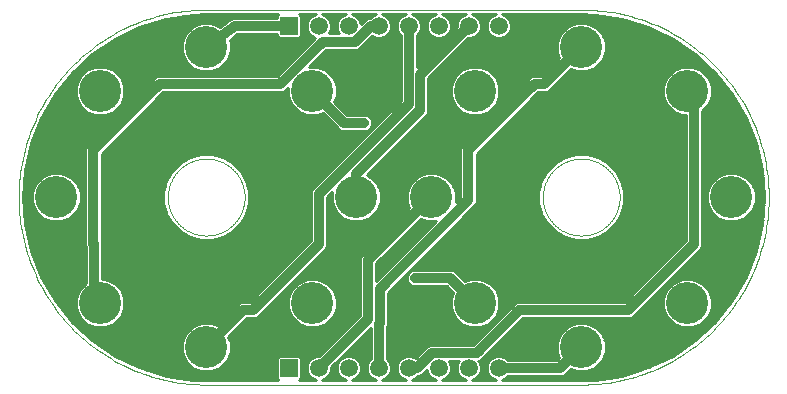
<source format=gtl>
G75*
%MOIN*%
%OFA0B0*%
%FSLAX25Y25*%
%IPPOS*%
%LPD*%
%AMOC8*
5,1,8,0,0,1.08239X$1,22.5*
%
%ADD10C,0.00000*%
%ADD11R,0.05900X0.05900*%
%ADD12C,0.05900*%
%ADD13C,0.14000*%
%ADD14C,0.03200*%
%ADD15C,0.03200*%
%ADD16C,0.01000*%
D10*
X0064000Y0001500D02*
X0189000Y0001500D01*
X0176200Y0064000D02*
X0176204Y0064314D01*
X0176215Y0064628D01*
X0176235Y0064942D01*
X0176262Y0065255D01*
X0176296Y0065567D01*
X0176339Y0065878D01*
X0176388Y0066188D01*
X0176446Y0066497D01*
X0176511Y0066804D01*
X0176584Y0067110D01*
X0176664Y0067414D01*
X0176751Y0067716D01*
X0176846Y0068015D01*
X0176948Y0068312D01*
X0177058Y0068607D01*
X0177174Y0068898D01*
X0177298Y0069187D01*
X0177429Y0069473D01*
X0177567Y0069755D01*
X0177711Y0070034D01*
X0177863Y0070309D01*
X0178021Y0070581D01*
X0178186Y0070848D01*
X0178357Y0071111D01*
X0178535Y0071370D01*
X0178719Y0071625D01*
X0178909Y0071875D01*
X0179105Y0072120D01*
X0179308Y0072361D01*
X0179516Y0072596D01*
X0179730Y0072826D01*
X0179949Y0073051D01*
X0180174Y0073270D01*
X0180404Y0073484D01*
X0180639Y0073692D01*
X0180880Y0073895D01*
X0181125Y0074091D01*
X0181375Y0074281D01*
X0181630Y0074465D01*
X0181889Y0074643D01*
X0182152Y0074814D01*
X0182419Y0074979D01*
X0182691Y0075137D01*
X0182966Y0075289D01*
X0183245Y0075433D01*
X0183527Y0075571D01*
X0183813Y0075702D01*
X0184102Y0075826D01*
X0184393Y0075942D01*
X0184688Y0076052D01*
X0184985Y0076154D01*
X0185284Y0076249D01*
X0185586Y0076336D01*
X0185890Y0076416D01*
X0186196Y0076489D01*
X0186503Y0076554D01*
X0186812Y0076612D01*
X0187122Y0076661D01*
X0187433Y0076704D01*
X0187745Y0076738D01*
X0188058Y0076765D01*
X0188372Y0076785D01*
X0188686Y0076796D01*
X0189000Y0076800D01*
X0189314Y0076796D01*
X0189628Y0076785D01*
X0189942Y0076765D01*
X0190255Y0076738D01*
X0190567Y0076704D01*
X0190878Y0076661D01*
X0191188Y0076612D01*
X0191497Y0076554D01*
X0191804Y0076489D01*
X0192110Y0076416D01*
X0192414Y0076336D01*
X0192716Y0076249D01*
X0193015Y0076154D01*
X0193312Y0076052D01*
X0193607Y0075942D01*
X0193898Y0075826D01*
X0194187Y0075702D01*
X0194473Y0075571D01*
X0194755Y0075433D01*
X0195034Y0075289D01*
X0195309Y0075137D01*
X0195581Y0074979D01*
X0195848Y0074814D01*
X0196111Y0074643D01*
X0196370Y0074465D01*
X0196625Y0074281D01*
X0196875Y0074091D01*
X0197120Y0073895D01*
X0197361Y0073692D01*
X0197596Y0073484D01*
X0197826Y0073270D01*
X0198051Y0073051D01*
X0198270Y0072826D01*
X0198484Y0072596D01*
X0198692Y0072361D01*
X0198895Y0072120D01*
X0199091Y0071875D01*
X0199281Y0071625D01*
X0199465Y0071370D01*
X0199643Y0071111D01*
X0199814Y0070848D01*
X0199979Y0070581D01*
X0200137Y0070309D01*
X0200289Y0070034D01*
X0200433Y0069755D01*
X0200571Y0069473D01*
X0200702Y0069187D01*
X0200826Y0068898D01*
X0200942Y0068607D01*
X0201052Y0068312D01*
X0201154Y0068015D01*
X0201249Y0067716D01*
X0201336Y0067414D01*
X0201416Y0067110D01*
X0201489Y0066804D01*
X0201554Y0066497D01*
X0201612Y0066188D01*
X0201661Y0065878D01*
X0201704Y0065567D01*
X0201738Y0065255D01*
X0201765Y0064942D01*
X0201785Y0064628D01*
X0201796Y0064314D01*
X0201800Y0064000D01*
X0201796Y0063686D01*
X0201785Y0063372D01*
X0201765Y0063058D01*
X0201738Y0062745D01*
X0201704Y0062433D01*
X0201661Y0062122D01*
X0201612Y0061812D01*
X0201554Y0061503D01*
X0201489Y0061196D01*
X0201416Y0060890D01*
X0201336Y0060586D01*
X0201249Y0060284D01*
X0201154Y0059985D01*
X0201052Y0059688D01*
X0200942Y0059393D01*
X0200826Y0059102D01*
X0200702Y0058813D01*
X0200571Y0058527D01*
X0200433Y0058245D01*
X0200289Y0057966D01*
X0200137Y0057691D01*
X0199979Y0057419D01*
X0199814Y0057152D01*
X0199643Y0056889D01*
X0199465Y0056630D01*
X0199281Y0056375D01*
X0199091Y0056125D01*
X0198895Y0055880D01*
X0198692Y0055639D01*
X0198484Y0055404D01*
X0198270Y0055174D01*
X0198051Y0054949D01*
X0197826Y0054730D01*
X0197596Y0054516D01*
X0197361Y0054308D01*
X0197120Y0054105D01*
X0196875Y0053909D01*
X0196625Y0053719D01*
X0196370Y0053535D01*
X0196111Y0053357D01*
X0195848Y0053186D01*
X0195581Y0053021D01*
X0195309Y0052863D01*
X0195034Y0052711D01*
X0194755Y0052567D01*
X0194473Y0052429D01*
X0194187Y0052298D01*
X0193898Y0052174D01*
X0193607Y0052058D01*
X0193312Y0051948D01*
X0193015Y0051846D01*
X0192716Y0051751D01*
X0192414Y0051664D01*
X0192110Y0051584D01*
X0191804Y0051511D01*
X0191497Y0051446D01*
X0191188Y0051388D01*
X0190878Y0051339D01*
X0190567Y0051296D01*
X0190255Y0051262D01*
X0189942Y0051235D01*
X0189628Y0051215D01*
X0189314Y0051204D01*
X0189000Y0051200D01*
X0188686Y0051204D01*
X0188372Y0051215D01*
X0188058Y0051235D01*
X0187745Y0051262D01*
X0187433Y0051296D01*
X0187122Y0051339D01*
X0186812Y0051388D01*
X0186503Y0051446D01*
X0186196Y0051511D01*
X0185890Y0051584D01*
X0185586Y0051664D01*
X0185284Y0051751D01*
X0184985Y0051846D01*
X0184688Y0051948D01*
X0184393Y0052058D01*
X0184102Y0052174D01*
X0183813Y0052298D01*
X0183527Y0052429D01*
X0183245Y0052567D01*
X0182966Y0052711D01*
X0182691Y0052863D01*
X0182419Y0053021D01*
X0182152Y0053186D01*
X0181889Y0053357D01*
X0181630Y0053535D01*
X0181375Y0053719D01*
X0181125Y0053909D01*
X0180880Y0054105D01*
X0180639Y0054308D01*
X0180404Y0054516D01*
X0180174Y0054730D01*
X0179949Y0054949D01*
X0179730Y0055174D01*
X0179516Y0055404D01*
X0179308Y0055639D01*
X0179105Y0055880D01*
X0178909Y0056125D01*
X0178719Y0056375D01*
X0178535Y0056630D01*
X0178357Y0056889D01*
X0178186Y0057152D01*
X0178021Y0057419D01*
X0177863Y0057691D01*
X0177711Y0057966D01*
X0177567Y0058245D01*
X0177429Y0058527D01*
X0177298Y0058813D01*
X0177174Y0059102D01*
X0177058Y0059393D01*
X0176948Y0059688D01*
X0176846Y0059985D01*
X0176751Y0060284D01*
X0176664Y0060586D01*
X0176584Y0060890D01*
X0176511Y0061196D01*
X0176446Y0061503D01*
X0176388Y0061812D01*
X0176339Y0062122D01*
X0176296Y0062433D01*
X0176262Y0062745D01*
X0176235Y0063058D01*
X0176215Y0063372D01*
X0176204Y0063686D01*
X0176200Y0064000D01*
X0189000Y0001500D02*
X0190522Y0001519D01*
X0192043Y0001574D01*
X0193562Y0001667D01*
X0195079Y0001796D01*
X0196592Y0001963D01*
X0198100Y0002166D01*
X0199603Y0002406D01*
X0201100Y0002682D01*
X0202589Y0002995D01*
X0204071Y0003344D01*
X0205543Y0003729D01*
X0207006Y0004150D01*
X0208458Y0004606D01*
X0209899Y0005098D01*
X0211327Y0005624D01*
X0212742Y0006185D01*
X0214143Y0006780D01*
X0215529Y0007409D01*
X0216899Y0008072D01*
X0218252Y0008768D01*
X0219589Y0009497D01*
X0220907Y0010258D01*
X0222206Y0011051D01*
X0223485Y0011875D01*
X0224745Y0012730D01*
X0225982Y0013616D01*
X0227198Y0014531D01*
X0228392Y0015476D01*
X0229562Y0016450D01*
X0230707Y0017452D01*
X0231829Y0018481D01*
X0232924Y0019538D01*
X0233994Y0020620D01*
X0235037Y0021729D01*
X0236053Y0022862D01*
X0237040Y0024020D01*
X0238000Y0025202D01*
X0238930Y0026407D01*
X0239831Y0027634D01*
X0240701Y0028882D01*
X0241541Y0030152D01*
X0242350Y0031441D01*
X0243127Y0032750D01*
X0243872Y0034077D01*
X0244584Y0035422D01*
X0245263Y0036784D01*
X0245909Y0038162D01*
X0246522Y0039556D01*
X0247100Y0040964D01*
X0247644Y0042386D01*
X0248152Y0043820D01*
X0248626Y0045266D01*
X0249065Y0046724D01*
X0249468Y0048192D01*
X0249835Y0049669D01*
X0250166Y0051154D01*
X0250460Y0052648D01*
X0250719Y0054148D01*
X0250940Y0055654D01*
X0251125Y0057164D01*
X0251273Y0058679D01*
X0251384Y0060197D01*
X0251458Y0061717D01*
X0251495Y0063239D01*
X0251495Y0064761D01*
X0251458Y0066283D01*
X0251384Y0067803D01*
X0251273Y0069321D01*
X0251125Y0070836D01*
X0250940Y0072346D01*
X0250719Y0073852D01*
X0250460Y0075352D01*
X0250166Y0076846D01*
X0249835Y0078331D01*
X0249468Y0079808D01*
X0249065Y0081276D01*
X0248626Y0082734D01*
X0248152Y0084180D01*
X0247644Y0085614D01*
X0247100Y0087036D01*
X0246522Y0088444D01*
X0245909Y0089838D01*
X0245263Y0091216D01*
X0244584Y0092578D01*
X0243872Y0093923D01*
X0243127Y0095250D01*
X0242350Y0096559D01*
X0241541Y0097848D01*
X0240701Y0099118D01*
X0239831Y0100366D01*
X0238930Y0101593D01*
X0238000Y0102798D01*
X0237040Y0103980D01*
X0236053Y0105138D01*
X0235037Y0106271D01*
X0233994Y0107380D01*
X0232924Y0108462D01*
X0231829Y0109519D01*
X0230707Y0110548D01*
X0229562Y0111550D01*
X0228392Y0112524D01*
X0227198Y0113469D01*
X0225982Y0114384D01*
X0224745Y0115270D01*
X0223485Y0116125D01*
X0222206Y0116949D01*
X0220907Y0117742D01*
X0219589Y0118503D01*
X0218252Y0119232D01*
X0216899Y0119928D01*
X0215529Y0120591D01*
X0214143Y0121220D01*
X0212742Y0121815D01*
X0211327Y0122376D01*
X0209899Y0122902D01*
X0208458Y0123394D01*
X0207006Y0123850D01*
X0205543Y0124271D01*
X0204071Y0124656D01*
X0202589Y0125005D01*
X0201100Y0125318D01*
X0199603Y0125594D01*
X0198100Y0125834D01*
X0196592Y0126037D01*
X0195079Y0126204D01*
X0193562Y0126333D01*
X0192043Y0126426D01*
X0190522Y0126481D01*
X0189000Y0126500D01*
X0064000Y0126500D01*
X0051200Y0064000D02*
X0051204Y0064314D01*
X0051215Y0064628D01*
X0051235Y0064942D01*
X0051262Y0065255D01*
X0051296Y0065567D01*
X0051339Y0065878D01*
X0051388Y0066188D01*
X0051446Y0066497D01*
X0051511Y0066804D01*
X0051584Y0067110D01*
X0051664Y0067414D01*
X0051751Y0067716D01*
X0051846Y0068015D01*
X0051948Y0068312D01*
X0052058Y0068607D01*
X0052174Y0068898D01*
X0052298Y0069187D01*
X0052429Y0069473D01*
X0052567Y0069755D01*
X0052711Y0070034D01*
X0052863Y0070309D01*
X0053021Y0070581D01*
X0053186Y0070848D01*
X0053357Y0071111D01*
X0053535Y0071370D01*
X0053719Y0071625D01*
X0053909Y0071875D01*
X0054105Y0072120D01*
X0054308Y0072361D01*
X0054516Y0072596D01*
X0054730Y0072826D01*
X0054949Y0073051D01*
X0055174Y0073270D01*
X0055404Y0073484D01*
X0055639Y0073692D01*
X0055880Y0073895D01*
X0056125Y0074091D01*
X0056375Y0074281D01*
X0056630Y0074465D01*
X0056889Y0074643D01*
X0057152Y0074814D01*
X0057419Y0074979D01*
X0057691Y0075137D01*
X0057966Y0075289D01*
X0058245Y0075433D01*
X0058527Y0075571D01*
X0058813Y0075702D01*
X0059102Y0075826D01*
X0059393Y0075942D01*
X0059688Y0076052D01*
X0059985Y0076154D01*
X0060284Y0076249D01*
X0060586Y0076336D01*
X0060890Y0076416D01*
X0061196Y0076489D01*
X0061503Y0076554D01*
X0061812Y0076612D01*
X0062122Y0076661D01*
X0062433Y0076704D01*
X0062745Y0076738D01*
X0063058Y0076765D01*
X0063372Y0076785D01*
X0063686Y0076796D01*
X0064000Y0076800D01*
X0064314Y0076796D01*
X0064628Y0076785D01*
X0064942Y0076765D01*
X0065255Y0076738D01*
X0065567Y0076704D01*
X0065878Y0076661D01*
X0066188Y0076612D01*
X0066497Y0076554D01*
X0066804Y0076489D01*
X0067110Y0076416D01*
X0067414Y0076336D01*
X0067716Y0076249D01*
X0068015Y0076154D01*
X0068312Y0076052D01*
X0068607Y0075942D01*
X0068898Y0075826D01*
X0069187Y0075702D01*
X0069473Y0075571D01*
X0069755Y0075433D01*
X0070034Y0075289D01*
X0070309Y0075137D01*
X0070581Y0074979D01*
X0070848Y0074814D01*
X0071111Y0074643D01*
X0071370Y0074465D01*
X0071625Y0074281D01*
X0071875Y0074091D01*
X0072120Y0073895D01*
X0072361Y0073692D01*
X0072596Y0073484D01*
X0072826Y0073270D01*
X0073051Y0073051D01*
X0073270Y0072826D01*
X0073484Y0072596D01*
X0073692Y0072361D01*
X0073895Y0072120D01*
X0074091Y0071875D01*
X0074281Y0071625D01*
X0074465Y0071370D01*
X0074643Y0071111D01*
X0074814Y0070848D01*
X0074979Y0070581D01*
X0075137Y0070309D01*
X0075289Y0070034D01*
X0075433Y0069755D01*
X0075571Y0069473D01*
X0075702Y0069187D01*
X0075826Y0068898D01*
X0075942Y0068607D01*
X0076052Y0068312D01*
X0076154Y0068015D01*
X0076249Y0067716D01*
X0076336Y0067414D01*
X0076416Y0067110D01*
X0076489Y0066804D01*
X0076554Y0066497D01*
X0076612Y0066188D01*
X0076661Y0065878D01*
X0076704Y0065567D01*
X0076738Y0065255D01*
X0076765Y0064942D01*
X0076785Y0064628D01*
X0076796Y0064314D01*
X0076800Y0064000D01*
X0076796Y0063686D01*
X0076785Y0063372D01*
X0076765Y0063058D01*
X0076738Y0062745D01*
X0076704Y0062433D01*
X0076661Y0062122D01*
X0076612Y0061812D01*
X0076554Y0061503D01*
X0076489Y0061196D01*
X0076416Y0060890D01*
X0076336Y0060586D01*
X0076249Y0060284D01*
X0076154Y0059985D01*
X0076052Y0059688D01*
X0075942Y0059393D01*
X0075826Y0059102D01*
X0075702Y0058813D01*
X0075571Y0058527D01*
X0075433Y0058245D01*
X0075289Y0057966D01*
X0075137Y0057691D01*
X0074979Y0057419D01*
X0074814Y0057152D01*
X0074643Y0056889D01*
X0074465Y0056630D01*
X0074281Y0056375D01*
X0074091Y0056125D01*
X0073895Y0055880D01*
X0073692Y0055639D01*
X0073484Y0055404D01*
X0073270Y0055174D01*
X0073051Y0054949D01*
X0072826Y0054730D01*
X0072596Y0054516D01*
X0072361Y0054308D01*
X0072120Y0054105D01*
X0071875Y0053909D01*
X0071625Y0053719D01*
X0071370Y0053535D01*
X0071111Y0053357D01*
X0070848Y0053186D01*
X0070581Y0053021D01*
X0070309Y0052863D01*
X0070034Y0052711D01*
X0069755Y0052567D01*
X0069473Y0052429D01*
X0069187Y0052298D01*
X0068898Y0052174D01*
X0068607Y0052058D01*
X0068312Y0051948D01*
X0068015Y0051846D01*
X0067716Y0051751D01*
X0067414Y0051664D01*
X0067110Y0051584D01*
X0066804Y0051511D01*
X0066497Y0051446D01*
X0066188Y0051388D01*
X0065878Y0051339D01*
X0065567Y0051296D01*
X0065255Y0051262D01*
X0064942Y0051235D01*
X0064628Y0051215D01*
X0064314Y0051204D01*
X0064000Y0051200D01*
X0063686Y0051204D01*
X0063372Y0051215D01*
X0063058Y0051235D01*
X0062745Y0051262D01*
X0062433Y0051296D01*
X0062122Y0051339D01*
X0061812Y0051388D01*
X0061503Y0051446D01*
X0061196Y0051511D01*
X0060890Y0051584D01*
X0060586Y0051664D01*
X0060284Y0051751D01*
X0059985Y0051846D01*
X0059688Y0051948D01*
X0059393Y0052058D01*
X0059102Y0052174D01*
X0058813Y0052298D01*
X0058527Y0052429D01*
X0058245Y0052567D01*
X0057966Y0052711D01*
X0057691Y0052863D01*
X0057419Y0053021D01*
X0057152Y0053186D01*
X0056889Y0053357D01*
X0056630Y0053535D01*
X0056375Y0053719D01*
X0056125Y0053909D01*
X0055880Y0054105D01*
X0055639Y0054308D01*
X0055404Y0054516D01*
X0055174Y0054730D01*
X0054949Y0054949D01*
X0054730Y0055174D01*
X0054516Y0055404D01*
X0054308Y0055639D01*
X0054105Y0055880D01*
X0053909Y0056125D01*
X0053719Y0056375D01*
X0053535Y0056630D01*
X0053357Y0056889D01*
X0053186Y0057152D01*
X0053021Y0057419D01*
X0052863Y0057691D01*
X0052711Y0057966D01*
X0052567Y0058245D01*
X0052429Y0058527D01*
X0052298Y0058813D01*
X0052174Y0059102D01*
X0052058Y0059393D01*
X0051948Y0059688D01*
X0051846Y0059985D01*
X0051751Y0060284D01*
X0051664Y0060586D01*
X0051584Y0060890D01*
X0051511Y0061196D01*
X0051446Y0061503D01*
X0051388Y0061812D01*
X0051339Y0062122D01*
X0051296Y0062433D01*
X0051262Y0062745D01*
X0051235Y0063058D01*
X0051215Y0063372D01*
X0051204Y0063686D01*
X0051200Y0064000D01*
X0064000Y0126500D02*
X0062478Y0126481D01*
X0060957Y0126426D01*
X0059438Y0126333D01*
X0057921Y0126204D01*
X0056408Y0126037D01*
X0054900Y0125834D01*
X0053397Y0125594D01*
X0051900Y0125318D01*
X0050411Y0125005D01*
X0048929Y0124656D01*
X0047457Y0124271D01*
X0045994Y0123850D01*
X0044542Y0123394D01*
X0043101Y0122902D01*
X0041673Y0122376D01*
X0040258Y0121815D01*
X0038857Y0121220D01*
X0037471Y0120591D01*
X0036101Y0119928D01*
X0034748Y0119232D01*
X0033411Y0118503D01*
X0032093Y0117742D01*
X0030794Y0116949D01*
X0029515Y0116125D01*
X0028255Y0115270D01*
X0027018Y0114384D01*
X0025802Y0113469D01*
X0024608Y0112524D01*
X0023438Y0111550D01*
X0022293Y0110548D01*
X0021171Y0109519D01*
X0020076Y0108462D01*
X0019006Y0107380D01*
X0017963Y0106271D01*
X0016947Y0105138D01*
X0015960Y0103980D01*
X0015000Y0102798D01*
X0014070Y0101593D01*
X0013169Y0100366D01*
X0012299Y0099118D01*
X0011459Y0097848D01*
X0010650Y0096559D01*
X0009873Y0095250D01*
X0009128Y0093923D01*
X0008416Y0092578D01*
X0007737Y0091216D01*
X0007091Y0089838D01*
X0006478Y0088444D01*
X0005900Y0087036D01*
X0005356Y0085614D01*
X0004848Y0084180D01*
X0004374Y0082734D01*
X0003935Y0081276D01*
X0003532Y0079808D01*
X0003165Y0078331D01*
X0002834Y0076846D01*
X0002540Y0075352D01*
X0002281Y0073852D01*
X0002060Y0072346D01*
X0001875Y0070836D01*
X0001727Y0069321D01*
X0001616Y0067803D01*
X0001542Y0066283D01*
X0001505Y0064761D01*
X0001505Y0063239D01*
X0001542Y0061717D01*
X0001616Y0060197D01*
X0001727Y0058679D01*
X0001875Y0057164D01*
X0002060Y0055654D01*
X0002281Y0054148D01*
X0002540Y0052648D01*
X0002834Y0051154D01*
X0003165Y0049669D01*
X0003532Y0048192D01*
X0003935Y0046724D01*
X0004374Y0045266D01*
X0004848Y0043820D01*
X0005356Y0042386D01*
X0005900Y0040964D01*
X0006478Y0039556D01*
X0007091Y0038162D01*
X0007737Y0036784D01*
X0008416Y0035422D01*
X0009128Y0034077D01*
X0009873Y0032750D01*
X0010650Y0031441D01*
X0011459Y0030152D01*
X0012299Y0028882D01*
X0013169Y0027634D01*
X0014070Y0026407D01*
X0015000Y0025202D01*
X0015960Y0024020D01*
X0016947Y0022862D01*
X0017963Y0021729D01*
X0019006Y0020620D01*
X0020076Y0019538D01*
X0021171Y0018481D01*
X0022293Y0017452D01*
X0023438Y0016450D01*
X0024608Y0015476D01*
X0025802Y0014531D01*
X0027018Y0013616D01*
X0028255Y0012730D01*
X0029515Y0011875D01*
X0030794Y0011051D01*
X0032093Y0010258D01*
X0033411Y0009497D01*
X0034748Y0008768D01*
X0036101Y0008072D01*
X0037471Y0007409D01*
X0038857Y0006780D01*
X0040258Y0006185D01*
X0041673Y0005624D01*
X0043101Y0005098D01*
X0044542Y0004606D01*
X0045994Y0004150D01*
X0047457Y0003729D01*
X0048929Y0003344D01*
X0050411Y0002995D01*
X0051900Y0002682D01*
X0053397Y0002406D01*
X0054900Y0002166D01*
X0056408Y0001963D01*
X0057921Y0001796D01*
X0059438Y0001667D01*
X0060957Y0001574D01*
X0062478Y0001519D01*
X0064000Y0001500D01*
D11*
X0091500Y0007000D03*
X0091500Y0121000D03*
D12*
X0101500Y0121000D03*
X0111500Y0121000D03*
X0121500Y0121000D03*
X0131500Y0121000D03*
X0141500Y0121000D03*
X0151500Y0121000D03*
X0161500Y0121000D03*
X0161500Y0007000D03*
X0151500Y0007000D03*
X0141500Y0007000D03*
X0131500Y0007000D03*
X0121500Y0007000D03*
X0111500Y0007000D03*
X0101500Y0007000D03*
D13*
X0064000Y0014000D03*
X0028645Y0028645D03*
X0014000Y0064000D03*
X0028645Y0099355D03*
X0064000Y0114000D03*
X0099355Y0099355D03*
X0153645Y0099355D03*
X0189000Y0114000D03*
X0224355Y0099355D03*
X0239000Y0064000D03*
X0224355Y0028645D03*
X0189000Y0014000D03*
X0153645Y0028645D03*
X0099355Y0028645D03*
X0114000Y0064000D03*
X0139000Y0064000D03*
D14*
X0118000Y0043000D01*
X0118000Y0023500D01*
X0101500Y0007000D01*
X0121500Y0007000D02*
X0121500Y0021626D01*
X0121800Y0021926D01*
X0121800Y0033300D01*
X0151395Y0062895D01*
X0151395Y0079577D01*
X0173423Y0101605D01*
X0176605Y0101605D01*
X0189000Y0114000D01*
X0224355Y0099355D02*
X0226500Y0097211D01*
X0226500Y0079682D01*
X0226605Y0079577D01*
X0226605Y0048423D01*
X0204577Y0026395D01*
X0168395Y0026395D01*
X0154150Y0012150D01*
X0139367Y0012150D01*
X0134217Y0007000D01*
X0131500Y0007000D01*
X0161500Y0007000D02*
X0182000Y0007000D01*
X0189000Y0014000D01*
X0153645Y0028645D02*
X0145289Y0037000D01*
X0133500Y0037000D01*
X0101605Y0048423D02*
X0101605Y0065116D01*
X0131500Y0095011D01*
X0131500Y0121000D01*
X0121500Y0121000D02*
X0118783Y0121000D01*
X0113633Y0115850D01*
X0102850Y0115850D01*
X0088605Y0101605D01*
X0048423Y0101605D01*
X0026395Y0079577D01*
X0026395Y0048423D01*
X0026500Y0048318D01*
X0026500Y0030789D01*
X0028645Y0028645D01*
X0064000Y0014000D02*
X0076395Y0026395D01*
X0079577Y0026395D01*
X0101605Y0048423D01*
X0114000Y0064000D02*
X0114000Y0071637D01*
X0135300Y0092937D01*
X0135300Y0104800D01*
X0151500Y0121000D01*
X0109898Y0088813D02*
X0099355Y0099355D01*
X0109898Y0088813D02*
X0116687Y0088813D01*
X0073500Y0121000D02*
X0064000Y0114000D01*
X0073500Y0121000D02*
X0091500Y0121000D01*
D15*
X0116687Y0088813D03*
X0133500Y0037000D03*
D16*
X0055900Y0014481D02*
X0028648Y0014481D01*
X0027183Y0015479D02*
X0055900Y0015479D01*
X0055900Y0015611D02*
X0055900Y0012389D01*
X0057133Y0009412D01*
X0059412Y0007133D01*
X0062389Y0005900D01*
X0065611Y0005900D01*
X0068588Y0007133D01*
X0070867Y0009412D01*
X0072100Y0012389D01*
X0072100Y0015611D01*
X0071318Y0017499D01*
X0077513Y0023695D01*
X0080114Y0023695D01*
X0081106Y0024106D01*
X0081865Y0024866D01*
X0103134Y0046135D01*
X0103134Y0046135D01*
X0103894Y0046894D01*
X0104305Y0047886D01*
X0104305Y0063997D01*
X0105900Y0065592D01*
X0105900Y0062389D01*
X0107133Y0059412D01*
X0109412Y0057133D01*
X0112389Y0055900D01*
X0115611Y0055900D01*
X0118588Y0057133D01*
X0120867Y0059412D01*
X0122100Y0062389D01*
X0122100Y0065611D01*
X0120867Y0068588D01*
X0118588Y0070867D01*
X0117499Y0071318D01*
X0137589Y0091407D01*
X0138000Y0092400D01*
X0138000Y0103682D01*
X0151268Y0116950D01*
X0152306Y0116950D01*
X0153794Y0117567D01*
X0154933Y0118706D01*
X0155550Y0120194D01*
X0155550Y0121806D01*
X0154933Y0123294D01*
X0153794Y0124433D01*
X0152426Y0125000D01*
X0160574Y0125000D01*
X0159206Y0124433D01*
X0158067Y0123294D01*
X0157450Y0121806D01*
X0157450Y0120194D01*
X0158067Y0118706D01*
X0159206Y0117567D01*
X0160694Y0116950D01*
X0162306Y0116950D01*
X0163794Y0117567D01*
X0164933Y0118706D01*
X0165550Y0120194D01*
X0165550Y0121806D01*
X0164933Y0123294D01*
X0163794Y0124433D01*
X0162426Y0125000D01*
X0189000Y0125000D01*
X0193559Y0124829D01*
X0202574Y0123471D01*
X0211286Y0120783D01*
X0219500Y0116828D01*
X0227033Y0111692D01*
X0233716Y0105491D01*
X0239401Y0098363D01*
X0243959Y0090467D01*
X0247290Y0081980D01*
X0249319Y0073092D01*
X0250000Y0064000D01*
X0249319Y0054908D01*
X0247290Y0046020D01*
X0243959Y0037533D01*
X0239401Y0029637D01*
X0233716Y0022509D01*
X0227033Y0016308D01*
X0219500Y0011172D01*
X0211286Y0007217D01*
X0202574Y0004529D01*
X0193559Y0003171D01*
X0189000Y0003000D01*
X0162426Y0003000D01*
X0163794Y0003567D01*
X0164528Y0004300D01*
X0182537Y0004300D01*
X0183529Y0004711D01*
X0185501Y0006682D01*
X0187389Y0005900D01*
X0190611Y0005900D01*
X0193588Y0007133D01*
X0195867Y0009412D01*
X0197100Y0012389D01*
X0197100Y0015611D01*
X0195867Y0018588D01*
X0193588Y0020867D01*
X0190611Y0022100D01*
X0187389Y0022100D01*
X0184412Y0020867D01*
X0182133Y0018588D01*
X0180900Y0015611D01*
X0180900Y0012389D01*
X0181682Y0010501D01*
X0180882Y0009700D01*
X0164528Y0009700D01*
X0163794Y0010433D01*
X0162306Y0011050D01*
X0160694Y0011050D01*
X0159206Y0010433D01*
X0158067Y0009294D01*
X0157450Y0007806D01*
X0157450Y0006194D01*
X0158067Y0004706D01*
X0159206Y0003567D01*
X0160574Y0003000D01*
X0152426Y0003000D01*
X0153794Y0003567D01*
X0154933Y0004706D01*
X0155550Y0006194D01*
X0155550Y0007806D01*
X0154933Y0009294D01*
X0154751Y0009477D01*
X0155679Y0009861D01*
X0156439Y0010621D01*
X0169513Y0023695D01*
X0205114Y0023695D01*
X0206106Y0024106D01*
X0228134Y0046135D01*
X0228894Y0046894D01*
X0229305Y0047886D01*
X0229305Y0080114D01*
X0229200Y0080367D01*
X0229200Y0092745D01*
X0231222Y0094767D01*
X0232455Y0097744D01*
X0232455Y0100967D01*
X0231222Y0103944D01*
X0228944Y0106222D01*
X0225966Y0107455D01*
X0222744Y0107455D01*
X0219767Y0106222D01*
X0217488Y0103944D01*
X0216255Y0100967D01*
X0216255Y0097744D01*
X0217488Y0094767D01*
X0219767Y0092488D01*
X0222744Y0091255D01*
X0223800Y0091255D01*
X0223800Y0079144D01*
X0223905Y0078891D01*
X0223905Y0049542D01*
X0203458Y0029095D01*
X0167858Y0029095D01*
X0166866Y0028684D01*
X0166106Y0027924D01*
X0153032Y0014850D01*
X0138830Y0014850D01*
X0137837Y0014439D01*
X0137078Y0013679D01*
X0133813Y0010415D01*
X0133794Y0010433D01*
X0132306Y0011050D01*
X0130694Y0011050D01*
X0129206Y0010433D01*
X0128067Y0009294D01*
X0127450Y0007806D01*
X0127450Y0006194D01*
X0128067Y0004706D01*
X0129206Y0003567D01*
X0130574Y0003000D01*
X0122426Y0003000D01*
X0123794Y0003567D01*
X0124933Y0004706D01*
X0125550Y0006194D01*
X0125550Y0007806D01*
X0124933Y0009294D01*
X0124200Y0010028D01*
X0124200Y0020665D01*
X0124500Y0021389D01*
X0124500Y0032182D01*
X0152924Y0060606D01*
X0153684Y0061366D01*
X0154095Y0062358D01*
X0154095Y0078458D01*
X0174542Y0098905D01*
X0177142Y0098905D01*
X0178134Y0099316D01*
X0185501Y0106682D01*
X0187389Y0105900D01*
X0190611Y0105900D01*
X0193588Y0107133D01*
X0195867Y0109412D01*
X0197100Y0112389D01*
X0197100Y0115611D01*
X0195867Y0118588D01*
X0193588Y0120867D01*
X0190611Y0122100D01*
X0187389Y0122100D01*
X0184412Y0120867D01*
X0182133Y0118588D01*
X0180900Y0115611D01*
X0180900Y0112389D01*
X0181682Y0110501D01*
X0175487Y0104305D01*
X0172886Y0104305D01*
X0171894Y0103894D01*
X0171135Y0103134D01*
X0149866Y0081865D01*
X0149866Y0081865D01*
X0149106Y0081106D01*
X0148695Y0080114D01*
X0148695Y0064013D01*
X0147100Y0062418D01*
X0147100Y0065611D01*
X0145867Y0068588D01*
X0143588Y0070867D01*
X0140611Y0072100D01*
X0137389Y0072100D01*
X0134412Y0070867D01*
X0132133Y0068588D01*
X0130900Y0065611D01*
X0130900Y0062389D01*
X0131682Y0060501D01*
X0116471Y0045289D01*
X0115711Y0044529D01*
X0115300Y0043537D01*
X0115300Y0024618D01*
X0101732Y0011050D01*
X0100694Y0011050D01*
X0099206Y0010433D01*
X0098067Y0009294D01*
X0097450Y0007806D01*
X0097450Y0006194D01*
X0098067Y0004706D01*
X0099206Y0003567D01*
X0100574Y0003000D01*
X0094956Y0003000D01*
X0095550Y0003594D01*
X0095550Y0010406D01*
X0094906Y0011050D01*
X0088094Y0011050D01*
X0087450Y0010406D01*
X0087450Y0003594D01*
X0088044Y0003000D01*
X0064000Y0003000D01*
X0059441Y0003171D01*
X0050426Y0004529D01*
X0041714Y0007217D01*
X0033500Y0011172D01*
X0025967Y0016308D01*
X0019284Y0022509D01*
X0013599Y0029637D01*
X0009041Y0037533D01*
X0005710Y0046020D01*
X0003681Y0054908D01*
X0003000Y0064000D01*
X0003681Y0073092D01*
X0005710Y0081980D01*
X0009041Y0090467D01*
X0013599Y0098363D01*
X0019284Y0105491D01*
X0025967Y0111692D01*
X0033500Y0116828D01*
X0041714Y0120783D01*
X0050426Y0123471D01*
X0059441Y0124829D01*
X0064000Y0125000D01*
X0088044Y0125000D01*
X0087450Y0124406D01*
X0087450Y0123700D01*
X0073703Y0123700D01*
X0073373Y0123750D01*
X0073171Y0123700D01*
X0072963Y0123700D01*
X0072655Y0123572D01*
X0072331Y0123492D01*
X0072163Y0123369D01*
X0071971Y0123289D01*
X0071735Y0123053D01*
X0068664Y0120791D01*
X0068588Y0120867D01*
X0065611Y0122100D01*
X0062389Y0122100D01*
X0059412Y0120867D01*
X0057133Y0118588D01*
X0055900Y0115611D01*
X0055900Y0112389D01*
X0057133Y0109412D01*
X0059412Y0107133D01*
X0062389Y0105900D01*
X0065611Y0105900D01*
X0068588Y0107133D01*
X0070867Y0109412D01*
X0072100Y0112389D01*
X0072100Y0115611D01*
X0071782Y0116380D01*
X0074387Y0118300D01*
X0087450Y0118300D01*
X0087450Y0117594D01*
X0088094Y0116950D01*
X0094906Y0116950D01*
X0095550Y0117594D01*
X0095550Y0124406D01*
X0094956Y0125000D01*
X0100574Y0125000D01*
X0099206Y0124433D01*
X0098067Y0123294D01*
X0097450Y0121806D01*
X0097450Y0120194D01*
X0098067Y0118706D01*
X0099206Y0117567D01*
X0100296Y0117115D01*
X0087487Y0104305D01*
X0047886Y0104305D01*
X0046894Y0103894D01*
X0046135Y0103134D01*
X0024866Y0081865D01*
X0024866Y0081865D01*
X0024106Y0081106D01*
X0023695Y0080114D01*
X0023695Y0047886D01*
X0023800Y0047633D01*
X0023800Y0035255D01*
X0021778Y0033233D01*
X0020545Y0030256D01*
X0020545Y0027034D01*
X0021778Y0024056D01*
X0024056Y0021778D01*
X0027034Y0020545D01*
X0030256Y0020545D01*
X0033233Y0021778D01*
X0035512Y0024056D01*
X0036745Y0027034D01*
X0036745Y0030256D01*
X0035512Y0033233D01*
X0033233Y0035512D01*
X0030256Y0036745D01*
X0029200Y0036745D01*
X0029200Y0048856D01*
X0029095Y0049109D01*
X0029095Y0078458D01*
X0049542Y0098905D01*
X0089142Y0098905D01*
X0090134Y0099316D01*
X0090894Y0100076D01*
X0091255Y0100437D01*
X0091255Y0097744D01*
X0092488Y0094767D01*
X0094767Y0092488D01*
X0097744Y0091255D01*
X0100966Y0091255D01*
X0102855Y0092037D01*
X0107609Y0087284D01*
X0108368Y0086524D01*
X0109361Y0086113D01*
X0117224Y0086113D01*
X0118216Y0086524D01*
X0118976Y0087284D01*
X0119387Y0088276D01*
X0119387Y0089350D01*
X0118976Y0090342D01*
X0118216Y0091102D01*
X0117224Y0091513D01*
X0111016Y0091513D01*
X0106673Y0095856D01*
X0107455Y0097744D01*
X0107455Y0100967D01*
X0106222Y0103944D01*
X0103944Y0106222D01*
X0100966Y0107455D01*
X0098274Y0107455D01*
X0103968Y0113150D01*
X0114170Y0113150D01*
X0115163Y0113561D01*
X0115922Y0114321D01*
X0119187Y0117585D01*
X0119206Y0117567D01*
X0120694Y0116950D01*
X0122306Y0116950D01*
X0123794Y0117567D01*
X0124933Y0118706D01*
X0125550Y0120194D01*
X0125550Y0121806D01*
X0124933Y0123294D01*
X0123794Y0124433D01*
X0122426Y0125000D01*
X0130574Y0125000D01*
X0129206Y0124433D01*
X0128067Y0123294D01*
X0127450Y0121806D01*
X0127450Y0120194D01*
X0128067Y0118706D01*
X0128800Y0117972D01*
X0128800Y0096129D01*
X0100076Y0067405D01*
X0099316Y0066645D01*
X0098905Y0065653D01*
X0098905Y0049542D01*
X0078458Y0029095D01*
X0075858Y0029095D01*
X0074866Y0028684D01*
X0067499Y0021318D01*
X0065611Y0022100D01*
X0062389Y0022100D01*
X0059412Y0020867D01*
X0057133Y0018588D01*
X0055900Y0015611D01*
X0056259Y0016478D02*
X0025785Y0016478D01*
X0024708Y0017476D02*
X0056673Y0017476D01*
X0057086Y0018475D02*
X0023632Y0018475D01*
X0022556Y0019473D02*
X0058018Y0019473D01*
X0059017Y0020472D02*
X0021480Y0020472D01*
X0020404Y0021470D02*
X0024799Y0021470D01*
X0023366Y0022469D02*
X0019328Y0022469D01*
X0018520Y0023467D02*
X0022367Y0023467D01*
X0021608Y0024466D02*
X0017724Y0024466D01*
X0016927Y0025464D02*
X0021195Y0025464D01*
X0020781Y0026463D02*
X0016131Y0026463D01*
X0015335Y0027461D02*
X0020545Y0027461D01*
X0020545Y0028460D02*
X0014539Y0028460D01*
X0013742Y0029458D02*
X0020545Y0029458D01*
X0020628Y0030457D02*
X0013126Y0030457D01*
X0012550Y0031455D02*
X0021042Y0031455D01*
X0021455Y0032454D02*
X0011973Y0032454D01*
X0011397Y0033452D02*
X0021997Y0033452D01*
X0022996Y0034451D02*
X0010820Y0034451D01*
X0010244Y0035449D02*
X0023800Y0035449D01*
X0023800Y0036448D02*
X0009667Y0036448D01*
X0009091Y0037446D02*
X0023800Y0037446D01*
X0023800Y0038445D02*
X0008683Y0038445D01*
X0008291Y0039443D02*
X0023800Y0039443D01*
X0023800Y0040442D02*
X0007899Y0040442D01*
X0007507Y0041440D02*
X0023800Y0041440D01*
X0023800Y0042439D02*
X0007115Y0042439D01*
X0006724Y0043437D02*
X0023800Y0043437D01*
X0023800Y0044436D02*
X0006332Y0044436D01*
X0005940Y0045434D02*
X0023800Y0045434D01*
X0023800Y0046433D02*
X0005616Y0046433D01*
X0005388Y0047432D02*
X0023800Y0047432D01*
X0023695Y0048430D02*
X0005160Y0048430D01*
X0004932Y0049429D02*
X0023695Y0049429D01*
X0023695Y0050427D02*
X0004704Y0050427D01*
X0004476Y0051426D02*
X0023695Y0051426D01*
X0023695Y0052424D02*
X0004248Y0052424D01*
X0004020Y0053423D02*
X0023695Y0053423D01*
X0023695Y0054421D02*
X0003793Y0054421D01*
X0003643Y0055420D02*
X0023695Y0055420D01*
X0023695Y0056418D02*
X0016862Y0056418D01*
X0015611Y0055900D02*
X0018588Y0057133D01*
X0020867Y0059412D01*
X0022100Y0062389D01*
X0022100Y0065611D01*
X0020867Y0068588D01*
X0018588Y0070867D01*
X0015611Y0072100D01*
X0012389Y0072100D01*
X0009412Y0070867D01*
X0007133Y0068588D01*
X0005900Y0065611D01*
X0005900Y0062389D01*
X0007133Y0059412D01*
X0009412Y0057133D01*
X0012389Y0055900D01*
X0015611Y0055900D01*
X0018872Y0057417D02*
X0023695Y0057417D01*
X0023695Y0058415D02*
X0019870Y0058415D01*
X0020868Y0059414D02*
X0023695Y0059414D01*
X0023695Y0060412D02*
X0021281Y0060412D01*
X0021695Y0061411D02*
X0023695Y0061411D01*
X0023695Y0062409D02*
X0022100Y0062409D01*
X0022100Y0063408D02*
X0023695Y0063408D01*
X0023695Y0064406D02*
X0022100Y0064406D01*
X0022100Y0065405D02*
X0023695Y0065405D01*
X0023695Y0066403D02*
X0021772Y0066403D01*
X0021358Y0067402D02*
X0023695Y0067402D01*
X0023695Y0068400D02*
X0020945Y0068400D01*
X0020056Y0069399D02*
X0023695Y0069399D01*
X0023695Y0070397D02*
X0019058Y0070397D01*
X0017311Y0071396D02*
X0023695Y0071396D01*
X0023695Y0072394D02*
X0003629Y0072394D01*
X0003554Y0071396D02*
X0010689Y0071396D01*
X0008942Y0070397D02*
X0003479Y0070397D01*
X0003405Y0069399D02*
X0007944Y0069399D01*
X0007055Y0068400D02*
X0003330Y0068400D01*
X0003255Y0067402D02*
X0006642Y0067402D01*
X0006228Y0066403D02*
X0003180Y0066403D01*
X0003105Y0065405D02*
X0005900Y0065405D01*
X0005900Y0064406D02*
X0003030Y0064406D01*
X0003044Y0063408D02*
X0005900Y0063408D01*
X0005900Y0062409D02*
X0003119Y0062409D01*
X0003194Y0061411D02*
X0006305Y0061411D01*
X0006719Y0060412D02*
X0003269Y0060412D01*
X0003344Y0059414D02*
X0007132Y0059414D01*
X0008130Y0058415D02*
X0003419Y0058415D01*
X0003493Y0057417D02*
X0009128Y0057417D01*
X0011138Y0056418D02*
X0003568Y0056418D01*
X0029095Y0056418D02*
X0051865Y0056418D01*
X0052442Y0055420D02*
X0029095Y0055420D01*
X0029095Y0054421D02*
X0053356Y0054421D01*
X0052557Y0055220D02*
X0055220Y0052557D01*
X0058480Y0050675D01*
X0062117Y0049700D01*
X0065883Y0049700D01*
X0069520Y0050675D01*
X0072780Y0052557D01*
X0075443Y0055220D01*
X0077325Y0058480D01*
X0078300Y0062117D01*
X0078300Y0065883D01*
X0077325Y0069520D01*
X0075443Y0072780D01*
X0072780Y0075443D01*
X0069520Y0077325D01*
X0065883Y0078300D01*
X0062117Y0078300D01*
X0058480Y0077325D01*
X0055220Y0075443D01*
X0052557Y0072780D01*
X0050675Y0069520D01*
X0049700Y0065883D01*
X0049700Y0062117D01*
X0050675Y0058480D01*
X0052557Y0055220D01*
X0051289Y0057417D02*
X0029095Y0057417D01*
X0029095Y0058415D02*
X0050712Y0058415D01*
X0050424Y0059414D02*
X0029095Y0059414D01*
X0029095Y0060412D02*
X0050157Y0060412D01*
X0049889Y0061411D02*
X0029095Y0061411D01*
X0029095Y0062409D02*
X0049700Y0062409D01*
X0049700Y0063408D02*
X0029095Y0063408D01*
X0029095Y0064406D02*
X0049700Y0064406D01*
X0049700Y0065405D02*
X0029095Y0065405D01*
X0029095Y0066403D02*
X0049840Y0066403D01*
X0050107Y0067402D02*
X0029095Y0067402D01*
X0029095Y0068400D02*
X0050375Y0068400D01*
X0050642Y0069399D02*
X0029095Y0069399D01*
X0029095Y0070397D02*
X0051181Y0070397D01*
X0051758Y0071396D02*
X0029095Y0071396D01*
X0029095Y0072394D02*
X0052334Y0072394D01*
X0053170Y0073393D02*
X0029095Y0073393D01*
X0029095Y0074391D02*
X0054168Y0074391D01*
X0055167Y0075390D02*
X0029095Y0075390D01*
X0029095Y0076388D02*
X0056857Y0076388D01*
X0058710Y0077387D02*
X0029095Y0077387D01*
X0029095Y0078385D02*
X0111056Y0078385D01*
X0110058Y0077387D02*
X0069290Y0077387D01*
X0071143Y0076388D02*
X0109059Y0076388D01*
X0108061Y0075390D02*
X0072833Y0075390D01*
X0073832Y0074391D02*
X0107062Y0074391D01*
X0106064Y0073393D02*
X0074830Y0073393D01*
X0075666Y0072394D02*
X0105065Y0072394D01*
X0104067Y0071396D02*
X0076242Y0071396D01*
X0076819Y0070397D02*
X0103068Y0070397D01*
X0102070Y0069399D02*
X0077358Y0069399D01*
X0077625Y0068400D02*
X0101071Y0068400D01*
X0100073Y0067402D02*
X0077893Y0067402D01*
X0078160Y0066403D02*
X0099216Y0066403D01*
X0098905Y0065405D02*
X0078300Y0065405D01*
X0078300Y0064406D02*
X0098905Y0064406D01*
X0098905Y0063408D02*
X0078300Y0063408D01*
X0078300Y0062409D02*
X0098905Y0062409D01*
X0098905Y0061411D02*
X0078111Y0061411D01*
X0077843Y0060412D02*
X0098905Y0060412D01*
X0098905Y0059414D02*
X0077576Y0059414D01*
X0077288Y0058415D02*
X0098905Y0058415D01*
X0098905Y0057417D02*
X0076711Y0057417D01*
X0076135Y0056418D02*
X0098905Y0056418D01*
X0098905Y0055420D02*
X0075558Y0055420D01*
X0074644Y0054421D02*
X0098905Y0054421D01*
X0098905Y0053423D02*
X0073646Y0053423D01*
X0072550Y0052424D02*
X0098905Y0052424D01*
X0098905Y0051426D02*
X0070820Y0051426D01*
X0068596Y0050427D02*
X0098905Y0050427D01*
X0098792Y0049429D02*
X0029095Y0049429D01*
X0029095Y0050427D02*
X0059404Y0050427D01*
X0057180Y0051426D02*
X0029095Y0051426D01*
X0029095Y0052424D02*
X0055450Y0052424D01*
X0054354Y0053423D02*
X0029095Y0053423D01*
X0029200Y0048430D02*
X0097793Y0048430D01*
X0096795Y0047432D02*
X0029200Y0047432D01*
X0029200Y0046433D02*
X0095796Y0046433D01*
X0094798Y0045434D02*
X0029200Y0045434D01*
X0029200Y0044436D02*
X0093799Y0044436D01*
X0092801Y0043437D02*
X0029200Y0043437D01*
X0029200Y0042439D02*
X0091802Y0042439D01*
X0090804Y0041440D02*
X0029200Y0041440D01*
X0029200Y0040442D02*
X0089805Y0040442D01*
X0088807Y0039443D02*
X0029200Y0039443D01*
X0029200Y0038445D02*
X0087808Y0038445D01*
X0086810Y0037446D02*
X0029200Y0037446D01*
X0030972Y0036448D02*
X0085811Y0036448D01*
X0084813Y0035449D02*
X0033295Y0035449D01*
X0034294Y0034451D02*
X0083814Y0034451D01*
X0082816Y0033452D02*
X0035292Y0033452D01*
X0035834Y0032454D02*
X0081817Y0032454D01*
X0080819Y0031455D02*
X0036248Y0031455D01*
X0036661Y0030457D02*
X0079820Y0030457D01*
X0078821Y0029458D02*
X0036745Y0029458D01*
X0036745Y0028460D02*
X0074641Y0028460D01*
X0073643Y0027461D02*
X0036745Y0027461D01*
X0036508Y0026463D02*
X0072644Y0026463D01*
X0071646Y0025464D02*
X0036095Y0025464D01*
X0035681Y0024466D02*
X0070647Y0024466D01*
X0069649Y0023467D02*
X0034922Y0023467D01*
X0033924Y0022469D02*
X0068650Y0022469D01*
X0067652Y0021470D02*
X0067132Y0021470D01*
X0072293Y0018475D02*
X0109156Y0018475D01*
X0108158Y0017476D02*
X0071327Y0017476D01*
X0071741Y0016478D02*
X0107159Y0016478D01*
X0106161Y0015479D02*
X0072100Y0015479D01*
X0072100Y0014481D02*
X0105162Y0014481D01*
X0104164Y0013482D02*
X0072100Y0013482D01*
X0072100Y0012484D02*
X0103165Y0012484D01*
X0102167Y0011485D02*
X0071726Y0011485D01*
X0071312Y0010487D02*
X0087531Y0010487D01*
X0087450Y0009488D02*
X0070898Y0009488D01*
X0069945Y0008490D02*
X0087450Y0008490D01*
X0087450Y0007491D02*
X0068946Y0007491D01*
X0067042Y0006493D02*
X0087450Y0006493D01*
X0087450Y0005494D02*
X0047299Y0005494D01*
X0044062Y0006493D02*
X0060958Y0006493D01*
X0059054Y0007491D02*
X0041144Y0007491D01*
X0039071Y0008490D02*
X0058055Y0008490D01*
X0057102Y0009488D02*
X0036998Y0009488D01*
X0034924Y0010487D02*
X0056688Y0010487D01*
X0056274Y0011485D02*
X0033041Y0011485D01*
X0031577Y0012484D02*
X0055900Y0012484D01*
X0055900Y0013482D02*
X0030112Y0013482D01*
X0032490Y0021470D02*
X0060868Y0021470D01*
X0073292Y0019473D02*
X0110155Y0019473D01*
X0111153Y0020472D02*
X0074290Y0020472D01*
X0075289Y0021470D02*
X0095510Y0021470D01*
X0094767Y0021778D02*
X0097744Y0020545D01*
X0100966Y0020545D01*
X0103944Y0021778D01*
X0106222Y0024056D01*
X0107455Y0027034D01*
X0107455Y0030256D01*
X0106222Y0033233D01*
X0103944Y0035512D01*
X0100966Y0036745D01*
X0097744Y0036745D01*
X0094767Y0035512D01*
X0092488Y0033233D01*
X0091255Y0030256D01*
X0091255Y0027034D01*
X0092488Y0024056D01*
X0094767Y0021778D01*
X0094076Y0022469D02*
X0076287Y0022469D01*
X0077286Y0023467D02*
X0093078Y0023467D01*
X0092319Y0024466D02*
X0081466Y0024466D01*
X0082464Y0025464D02*
X0091905Y0025464D01*
X0091492Y0026463D02*
X0083463Y0026463D01*
X0084461Y0027461D02*
X0091255Y0027461D01*
X0091255Y0028460D02*
X0085460Y0028460D01*
X0086458Y0029458D02*
X0091255Y0029458D01*
X0091339Y0030457D02*
X0087457Y0030457D01*
X0088455Y0031455D02*
X0091752Y0031455D01*
X0092166Y0032454D02*
X0089454Y0032454D01*
X0090452Y0033452D02*
X0092708Y0033452D01*
X0093706Y0034451D02*
X0091451Y0034451D01*
X0092449Y0035449D02*
X0094705Y0035449D01*
X0093448Y0036448D02*
X0097028Y0036448D01*
X0094446Y0037446D02*
X0115300Y0037446D01*
X0115300Y0036448D02*
X0101683Y0036448D01*
X0104006Y0035449D02*
X0115300Y0035449D01*
X0115300Y0034451D02*
X0105004Y0034451D01*
X0106003Y0033452D02*
X0115300Y0033452D01*
X0115300Y0032454D02*
X0106545Y0032454D01*
X0106958Y0031455D02*
X0115300Y0031455D01*
X0115300Y0030457D02*
X0107372Y0030457D01*
X0107455Y0029458D02*
X0115300Y0029458D01*
X0115300Y0028460D02*
X0107455Y0028460D01*
X0107455Y0027461D02*
X0115300Y0027461D01*
X0115300Y0026463D02*
X0107219Y0026463D01*
X0106805Y0025464D02*
X0115300Y0025464D01*
X0115147Y0024466D02*
X0106392Y0024466D01*
X0105633Y0023467D02*
X0114149Y0023467D01*
X0113150Y0022469D02*
X0104634Y0022469D01*
X0103201Y0021470D02*
X0112152Y0021470D01*
X0116793Y0018475D02*
X0118800Y0018475D01*
X0118800Y0019473D02*
X0117792Y0019473D01*
X0118790Y0020472D02*
X0118800Y0020472D01*
X0118800Y0020482D02*
X0118800Y0010028D01*
X0118067Y0009294D01*
X0117450Y0007806D01*
X0117450Y0006194D01*
X0118067Y0004706D01*
X0119206Y0003567D01*
X0120574Y0003000D01*
X0112426Y0003000D01*
X0113794Y0003567D01*
X0114933Y0004706D01*
X0115550Y0006194D01*
X0115550Y0007806D01*
X0114933Y0009294D01*
X0113794Y0010433D01*
X0112306Y0011050D01*
X0110694Y0011050D01*
X0109206Y0010433D01*
X0108067Y0009294D01*
X0107450Y0007806D01*
X0107450Y0006194D01*
X0108067Y0004706D01*
X0109206Y0003567D01*
X0110574Y0003000D01*
X0102426Y0003000D01*
X0103794Y0003567D01*
X0104933Y0004706D01*
X0105550Y0006194D01*
X0105550Y0007232D01*
X0118800Y0020482D01*
X0118800Y0017476D02*
X0115795Y0017476D01*
X0114796Y0016478D02*
X0118800Y0016478D01*
X0118800Y0015479D02*
X0113798Y0015479D01*
X0112799Y0014481D02*
X0118800Y0014481D01*
X0118800Y0013482D02*
X0111800Y0013482D01*
X0110802Y0012484D02*
X0118800Y0012484D01*
X0118800Y0011485D02*
X0109803Y0011485D01*
X0109334Y0010487D02*
X0108805Y0010487D01*
X0108261Y0009488D02*
X0107806Y0009488D01*
X0107733Y0008490D02*
X0106808Y0008490D01*
X0107450Y0007491D02*
X0105809Y0007491D01*
X0105550Y0006493D02*
X0107450Y0006493D01*
X0107740Y0005494D02*
X0105260Y0005494D01*
X0104723Y0004496D02*
X0108277Y0004496D01*
X0109374Y0003497D02*
X0103626Y0003497D01*
X0099374Y0003497D02*
X0095453Y0003497D01*
X0095550Y0004496D02*
X0098277Y0004496D01*
X0097740Y0005494D02*
X0095550Y0005494D01*
X0095550Y0006493D02*
X0097450Y0006493D01*
X0097450Y0007491D02*
X0095550Y0007491D01*
X0095550Y0008490D02*
X0097733Y0008490D01*
X0098261Y0009488D02*
X0095550Y0009488D01*
X0095469Y0010487D02*
X0099334Y0010487D01*
X0087450Y0004496D02*
X0050651Y0004496D01*
X0057275Y0003497D02*
X0087547Y0003497D01*
X0113626Y0003497D02*
X0119374Y0003497D01*
X0118277Y0004496D02*
X0114723Y0004496D01*
X0115260Y0005494D02*
X0117740Y0005494D01*
X0117450Y0006493D02*
X0115550Y0006493D01*
X0115550Y0007491D02*
X0117450Y0007491D01*
X0117733Y0008490D02*
X0115267Y0008490D01*
X0114739Y0009488D02*
X0118261Y0009488D01*
X0118800Y0010487D02*
X0113666Y0010487D01*
X0124200Y0010487D02*
X0129334Y0010487D01*
X0128261Y0009488D02*
X0124739Y0009488D01*
X0125267Y0008490D02*
X0127733Y0008490D01*
X0127450Y0007491D02*
X0125550Y0007491D01*
X0125550Y0006493D02*
X0127450Y0006493D01*
X0127740Y0005494D02*
X0125260Y0005494D01*
X0124723Y0004496D02*
X0128277Y0004496D01*
X0129374Y0003497D02*
X0123626Y0003497D01*
X0132426Y0003000D02*
X0133794Y0003567D01*
X0134528Y0004300D01*
X0134754Y0004300D01*
X0135746Y0004711D01*
X0137450Y0006415D01*
X0137450Y0006194D01*
X0138067Y0004706D01*
X0139206Y0003567D01*
X0140574Y0003000D01*
X0132426Y0003000D01*
X0133626Y0003497D02*
X0139374Y0003497D01*
X0138277Y0004496D02*
X0135226Y0004496D01*
X0136529Y0005494D02*
X0137740Y0005494D01*
X0142426Y0003000D02*
X0143794Y0003567D01*
X0144933Y0004706D01*
X0145550Y0006194D01*
X0145550Y0007806D01*
X0144933Y0009294D01*
X0144778Y0009450D01*
X0148222Y0009450D01*
X0148067Y0009294D01*
X0147450Y0007806D01*
X0147450Y0006194D01*
X0148067Y0004706D01*
X0149206Y0003567D01*
X0150574Y0003000D01*
X0142426Y0003000D01*
X0143626Y0003497D02*
X0149374Y0003497D01*
X0148277Y0004496D02*
X0144723Y0004496D01*
X0145260Y0005494D02*
X0147740Y0005494D01*
X0147450Y0006493D02*
X0145550Y0006493D01*
X0145550Y0007491D02*
X0147450Y0007491D01*
X0147733Y0008490D02*
X0145267Y0008490D01*
X0154779Y0009488D02*
X0158261Y0009488D01*
X0157733Y0008490D02*
X0155267Y0008490D01*
X0155550Y0007491D02*
X0157450Y0007491D01*
X0157450Y0006493D02*
X0155550Y0006493D01*
X0155260Y0005494D02*
X0157740Y0005494D01*
X0158277Y0004496D02*
X0154723Y0004496D01*
X0153626Y0003497D02*
X0159374Y0003497D01*
X0163626Y0003497D02*
X0195724Y0003497D01*
X0202349Y0004496D02*
X0183009Y0004496D01*
X0184312Y0005494D02*
X0205701Y0005494D01*
X0208938Y0006493D02*
X0192042Y0006493D01*
X0193946Y0007491D02*
X0211856Y0007491D01*
X0213929Y0008490D02*
X0194945Y0008490D01*
X0195898Y0009488D02*
X0216002Y0009488D01*
X0218076Y0010487D02*
X0196312Y0010487D01*
X0196726Y0011485D02*
X0219959Y0011485D01*
X0221423Y0012484D02*
X0197100Y0012484D01*
X0197100Y0013482D02*
X0222888Y0013482D01*
X0224352Y0014481D02*
X0197100Y0014481D01*
X0197100Y0015479D02*
X0225817Y0015479D01*
X0227215Y0016478D02*
X0196741Y0016478D01*
X0196327Y0017476D02*
X0228292Y0017476D01*
X0229368Y0018475D02*
X0195914Y0018475D01*
X0194982Y0019473D02*
X0230444Y0019473D01*
X0231520Y0020472D02*
X0193983Y0020472D01*
X0192132Y0021470D02*
X0220510Y0021470D01*
X0219767Y0021778D02*
X0222744Y0020545D01*
X0225966Y0020545D01*
X0228944Y0021778D01*
X0231222Y0024056D01*
X0232455Y0027034D01*
X0232455Y0030256D01*
X0231222Y0033233D01*
X0228944Y0035512D01*
X0225966Y0036745D01*
X0222744Y0036745D01*
X0219767Y0035512D01*
X0217488Y0033233D01*
X0216255Y0030256D01*
X0216255Y0027034D01*
X0217488Y0024056D01*
X0219767Y0021778D01*
X0219076Y0022469D02*
X0168287Y0022469D01*
X0169286Y0023467D02*
X0218078Y0023467D01*
X0217319Y0024466D02*
X0206466Y0024466D01*
X0207464Y0025464D02*
X0216905Y0025464D01*
X0216492Y0026463D02*
X0208463Y0026463D01*
X0209461Y0027461D02*
X0216255Y0027461D01*
X0216255Y0028460D02*
X0210460Y0028460D01*
X0211458Y0029458D02*
X0216255Y0029458D01*
X0216339Y0030457D02*
X0212457Y0030457D01*
X0213455Y0031455D02*
X0216752Y0031455D01*
X0217166Y0032454D02*
X0214454Y0032454D01*
X0215452Y0033452D02*
X0217708Y0033452D01*
X0218706Y0034451D02*
X0216451Y0034451D01*
X0217449Y0035449D02*
X0219705Y0035449D01*
X0218448Y0036448D02*
X0222028Y0036448D01*
X0219446Y0037446D02*
X0243909Y0037446D01*
X0244317Y0038445D02*
X0220445Y0038445D01*
X0221443Y0039443D02*
X0244709Y0039443D01*
X0245101Y0040442D02*
X0222442Y0040442D01*
X0223440Y0041440D02*
X0245493Y0041440D01*
X0245885Y0042439D02*
X0224439Y0042439D01*
X0225437Y0043437D02*
X0246276Y0043437D01*
X0246668Y0044436D02*
X0226436Y0044436D01*
X0227434Y0045434D02*
X0247060Y0045434D01*
X0247384Y0046433D02*
X0228433Y0046433D01*
X0229117Y0047432D02*
X0247612Y0047432D01*
X0247840Y0048430D02*
X0229305Y0048430D01*
X0229305Y0049429D02*
X0248068Y0049429D01*
X0248296Y0050427D02*
X0229305Y0050427D01*
X0229305Y0051426D02*
X0248524Y0051426D01*
X0248752Y0052424D02*
X0229305Y0052424D01*
X0229305Y0053423D02*
X0248980Y0053423D01*
X0249207Y0054421D02*
X0229305Y0054421D01*
X0229305Y0055420D02*
X0249357Y0055420D01*
X0249319Y0054908D02*
X0249319Y0054908D01*
X0249432Y0056418D02*
X0241862Y0056418D01*
X0240611Y0055900D02*
X0243588Y0057133D01*
X0245867Y0059412D01*
X0247100Y0062389D01*
X0247100Y0065611D01*
X0245867Y0068588D01*
X0243588Y0070867D01*
X0240611Y0072100D01*
X0237389Y0072100D01*
X0234412Y0070867D01*
X0232133Y0068588D01*
X0230900Y0065611D01*
X0230900Y0062389D01*
X0232133Y0059412D01*
X0234412Y0057133D01*
X0237389Y0055900D01*
X0240611Y0055900D01*
X0243872Y0057417D02*
X0249507Y0057417D01*
X0249581Y0058415D02*
X0244870Y0058415D01*
X0245868Y0059414D02*
X0249656Y0059414D01*
X0249731Y0060412D02*
X0246281Y0060412D01*
X0246695Y0061411D02*
X0249806Y0061411D01*
X0249881Y0062409D02*
X0247100Y0062409D01*
X0247100Y0063408D02*
X0249956Y0063408D01*
X0249970Y0064406D02*
X0247100Y0064406D01*
X0247100Y0065405D02*
X0249895Y0065405D01*
X0249820Y0066403D02*
X0246772Y0066403D01*
X0246358Y0067402D02*
X0249745Y0067402D01*
X0249670Y0068400D02*
X0245945Y0068400D01*
X0245056Y0069399D02*
X0249595Y0069399D01*
X0249521Y0070397D02*
X0244058Y0070397D01*
X0242311Y0071396D02*
X0249446Y0071396D01*
X0249371Y0072394D02*
X0229305Y0072394D01*
X0229305Y0071396D02*
X0235689Y0071396D01*
X0233942Y0070397D02*
X0229305Y0070397D01*
X0229305Y0069399D02*
X0232944Y0069399D01*
X0232055Y0068400D02*
X0229305Y0068400D01*
X0229305Y0067402D02*
X0231642Y0067402D01*
X0231228Y0066403D02*
X0229305Y0066403D01*
X0229305Y0065405D02*
X0230900Y0065405D01*
X0230900Y0064406D02*
X0229305Y0064406D01*
X0229305Y0063408D02*
X0230900Y0063408D01*
X0230900Y0062409D02*
X0229305Y0062409D01*
X0229305Y0061411D02*
X0231305Y0061411D01*
X0231719Y0060412D02*
X0229305Y0060412D01*
X0229305Y0059414D02*
X0232132Y0059414D01*
X0233130Y0058415D02*
X0229305Y0058415D01*
X0229305Y0057417D02*
X0234128Y0057417D01*
X0236138Y0056418D02*
X0229305Y0056418D01*
X0223905Y0056418D02*
X0201135Y0056418D01*
X0200558Y0055420D02*
X0223905Y0055420D01*
X0223905Y0054421D02*
X0199644Y0054421D01*
X0200443Y0055220D02*
X0197780Y0052557D01*
X0194520Y0050675D01*
X0190883Y0049700D01*
X0187117Y0049700D01*
X0183480Y0050675D01*
X0180220Y0052557D01*
X0177557Y0055220D01*
X0175675Y0058480D01*
X0174700Y0062117D01*
X0174700Y0065883D01*
X0175675Y0069520D01*
X0177557Y0072780D01*
X0180220Y0075443D01*
X0183480Y0077325D01*
X0187117Y0078300D01*
X0190883Y0078300D01*
X0194520Y0077325D01*
X0197780Y0075443D01*
X0200443Y0072780D01*
X0202325Y0069520D01*
X0203300Y0065883D01*
X0203300Y0062117D01*
X0202325Y0058480D01*
X0200443Y0055220D01*
X0201711Y0057417D02*
X0223905Y0057417D01*
X0223905Y0058415D02*
X0202288Y0058415D01*
X0202576Y0059414D02*
X0223905Y0059414D01*
X0223905Y0060412D02*
X0202843Y0060412D01*
X0203111Y0061411D02*
X0223905Y0061411D01*
X0223905Y0062409D02*
X0203300Y0062409D01*
X0203300Y0063408D02*
X0223905Y0063408D01*
X0223905Y0064406D02*
X0203300Y0064406D01*
X0203300Y0065405D02*
X0223905Y0065405D01*
X0223905Y0066403D02*
X0203160Y0066403D01*
X0202893Y0067402D02*
X0223905Y0067402D01*
X0223905Y0068400D02*
X0202625Y0068400D01*
X0202358Y0069399D02*
X0223905Y0069399D01*
X0223905Y0070397D02*
X0201819Y0070397D01*
X0201242Y0071396D02*
X0223905Y0071396D01*
X0223905Y0072394D02*
X0200666Y0072394D01*
X0199830Y0073393D02*
X0223905Y0073393D01*
X0223905Y0074391D02*
X0198832Y0074391D01*
X0197833Y0075390D02*
X0223905Y0075390D01*
X0223905Y0076388D02*
X0196143Y0076388D01*
X0194290Y0077387D02*
X0223905Y0077387D01*
X0223905Y0078385D02*
X0154095Y0078385D01*
X0154095Y0077387D02*
X0183710Y0077387D01*
X0181857Y0076388D02*
X0154095Y0076388D01*
X0154095Y0075390D02*
X0180167Y0075390D01*
X0179168Y0074391D02*
X0154095Y0074391D01*
X0154095Y0073393D02*
X0178170Y0073393D01*
X0177334Y0072394D02*
X0154095Y0072394D01*
X0154095Y0071396D02*
X0176758Y0071396D01*
X0176181Y0070397D02*
X0154095Y0070397D01*
X0154095Y0069399D02*
X0175642Y0069399D01*
X0175375Y0068400D02*
X0154095Y0068400D01*
X0154095Y0067402D02*
X0175107Y0067402D01*
X0174840Y0066403D02*
X0154095Y0066403D01*
X0154095Y0065405D02*
X0174700Y0065405D01*
X0174700Y0064406D02*
X0154095Y0064406D01*
X0154095Y0063408D02*
X0174700Y0063408D01*
X0174700Y0062409D02*
X0154095Y0062409D01*
X0153703Y0061411D02*
X0174889Y0061411D01*
X0175157Y0060412D02*
X0152731Y0060412D01*
X0151732Y0059414D02*
X0175424Y0059414D01*
X0175712Y0058415D02*
X0150734Y0058415D01*
X0149735Y0057417D02*
X0176289Y0057417D01*
X0176865Y0056418D02*
X0148736Y0056418D01*
X0147738Y0055420D02*
X0177442Y0055420D01*
X0178356Y0054421D02*
X0146739Y0054421D01*
X0145741Y0053423D02*
X0179354Y0053423D01*
X0180450Y0052424D02*
X0144742Y0052424D01*
X0143744Y0051426D02*
X0182180Y0051426D01*
X0184404Y0050427D02*
X0142745Y0050427D01*
X0141747Y0049429D02*
X0223792Y0049429D01*
X0223905Y0050427D02*
X0193596Y0050427D01*
X0195820Y0051426D02*
X0223905Y0051426D01*
X0223905Y0052424D02*
X0197550Y0052424D01*
X0198646Y0053423D02*
X0223905Y0053423D01*
X0222793Y0048430D02*
X0140748Y0048430D01*
X0139750Y0047432D02*
X0221795Y0047432D01*
X0220796Y0046433D02*
X0138751Y0046433D01*
X0137753Y0045434D02*
X0219798Y0045434D01*
X0218799Y0044436D02*
X0136754Y0044436D01*
X0135756Y0043437D02*
X0217801Y0043437D01*
X0216802Y0042439D02*
X0134757Y0042439D01*
X0133759Y0041440D02*
X0215804Y0041440D01*
X0214805Y0040442D02*
X0132760Y0040442D01*
X0132963Y0039700D02*
X0144752Y0039700D01*
X0145826Y0039700D01*
X0146819Y0039289D01*
X0150145Y0035963D01*
X0152034Y0036745D01*
X0155256Y0036745D01*
X0158233Y0035512D01*
X0160512Y0033233D01*
X0161745Y0030256D01*
X0161745Y0027034D01*
X0160512Y0024056D01*
X0158233Y0021778D01*
X0155256Y0020545D01*
X0152034Y0020545D01*
X0149056Y0021778D01*
X0146778Y0024056D01*
X0145545Y0027034D01*
X0145545Y0030256D01*
X0146327Y0032144D01*
X0144171Y0034300D01*
X0132963Y0034300D01*
X0131971Y0034711D01*
X0131211Y0035471D01*
X0130800Y0036463D01*
X0130800Y0037537D01*
X0131211Y0038529D01*
X0131971Y0039289D01*
X0132963Y0039700D01*
X0132344Y0039443D02*
X0131762Y0039443D01*
X0131176Y0038445D02*
X0130763Y0038445D01*
X0130800Y0037446D02*
X0129765Y0037446D01*
X0128766Y0036448D02*
X0130806Y0036448D01*
X0131232Y0035449D02*
X0127768Y0035449D01*
X0126769Y0034451D02*
X0132599Y0034451D01*
X0125771Y0033452D02*
X0145019Y0033452D01*
X0146017Y0032454D02*
X0124772Y0032454D01*
X0124500Y0031455D02*
X0146042Y0031455D01*
X0145628Y0030457D02*
X0124500Y0030457D01*
X0124500Y0029458D02*
X0145545Y0029458D01*
X0145545Y0028460D02*
X0124500Y0028460D01*
X0124500Y0027461D02*
X0145545Y0027461D01*
X0145781Y0026463D02*
X0124500Y0026463D01*
X0124500Y0025464D02*
X0146195Y0025464D01*
X0146608Y0024466D02*
X0124500Y0024466D01*
X0124500Y0023467D02*
X0147367Y0023467D01*
X0148366Y0022469D02*
X0124500Y0022469D01*
X0124500Y0021470D02*
X0149799Y0021470D01*
X0156656Y0018475D02*
X0124200Y0018475D01*
X0124200Y0019473D02*
X0157655Y0019473D01*
X0158653Y0020472D02*
X0124200Y0020472D01*
X0124200Y0017476D02*
X0155658Y0017476D01*
X0154659Y0016478D02*
X0124200Y0016478D01*
X0124200Y0015479D02*
X0153661Y0015479D01*
X0159300Y0013482D02*
X0180900Y0013482D01*
X0180900Y0012484D02*
X0158302Y0012484D01*
X0157303Y0011485D02*
X0181274Y0011485D01*
X0181668Y0010487D02*
X0163666Y0010487D01*
X0159334Y0010487D02*
X0156305Y0010487D01*
X0156439Y0010621D02*
X0156439Y0010621D01*
X0160299Y0014481D02*
X0180900Y0014481D01*
X0180900Y0015479D02*
X0161298Y0015479D01*
X0162296Y0016478D02*
X0181259Y0016478D01*
X0181673Y0017476D02*
X0163295Y0017476D01*
X0164293Y0018475D02*
X0182086Y0018475D01*
X0183018Y0019473D02*
X0165292Y0019473D01*
X0166290Y0020472D02*
X0184017Y0020472D01*
X0185868Y0021470D02*
X0167289Y0021470D01*
X0163646Y0025464D02*
X0161095Y0025464D01*
X0160681Y0024466D02*
X0162647Y0024466D01*
X0161649Y0023467D02*
X0159922Y0023467D01*
X0160650Y0022469D02*
X0158924Y0022469D01*
X0159652Y0021470D02*
X0157490Y0021470D01*
X0161508Y0026463D02*
X0164644Y0026463D01*
X0165643Y0027461D02*
X0161745Y0027461D01*
X0161745Y0028460D02*
X0166641Y0028460D01*
X0166106Y0027924D02*
X0166106Y0027924D01*
X0161745Y0029458D02*
X0203821Y0029458D01*
X0204820Y0030457D02*
X0161661Y0030457D01*
X0161248Y0031455D02*
X0205819Y0031455D01*
X0206817Y0032454D02*
X0160834Y0032454D01*
X0160292Y0033452D02*
X0207816Y0033452D01*
X0208814Y0034451D02*
X0159294Y0034451D01*
X0158295Y0035449D02*
X0209813Y0035449D01*
X0210811Y0036448D02*
X0155972Y0036448D01*
X0151317Y0036448D02*
X0149660Y0036448D01*
X0148661Y0037446D02*
X0211810Y0037446D01*
X0212808Y0038445D02*
X0147663Y0038445D01*
X0146446Y0039443D02*
X0213807Y0039443D01*
X0226683Y0036448D02*
X0243333Y0036448D01*
X0242756Y0035449D02*
X0229006Y0035449D01*
X0230004Y0034451D02*
X0242180Y0034451D01*
X0241603Y0033452D02*
X0231003Y0033452D01*
X0231545Y0032454D02*
X0241027Y0032454D01*
X0240450Y0031455D02*
X0231958Y0031455D01*
X0232372Y0030457D02*
X0239874Y0030457D01*
X0239258Y0029458D02*
X0232455Y0029458D01*
X0232455Y0028460D02*
X0238461Y0028460D01*
X0237665Y0027461D02*
X0232455Y0027461D01*
X0232219Y0026463D02*
X0236869Y0026463D01*
X0236073Y0025464D02*
X0231805Y0025464D01*
X0231392Y0024466D02*
X0235276Y0024466D01*
X0234480Y0023467D02*
X0230633Y0023467D01*
X0229634Y0022469D02*
X0233672Y0022469D01*
X0232596Y0021470D02*
X0228201Y0021470D01*
X0185958Y0006493D02*
X0185311Y0006493D01*
X0137938Y0014481D02*
X0124200Y0014481D01*
X0124200Y0013482D02*
X0136881Y0013482D01*
X0135882Y0012484D02*
X0124200Y0012484D01*
X0124200Y0011485D02*
X0134884Y0011485D01*
X0133885Y0010487D02*
X0133666Y0010487D01*
X0120700Y0036018D02*
X0120700Y0041882D01*
X0135501Y0056682D01*
X0137389Y0055900D01*
X0140582Y0055900D01*
X0120700Y0036018D01*
X0120700Y0036448D02*
X0121130Y0036448D01*
X0120700Y0037446D02*
X0122128Y0037446D01*
X0123127Y0038445D02*
X0120700Y0038445D01*
X0120700Y0039443D02*
X0124125Y0039443D01*
X0125124Y0040442D02*
X0120700Y0040442D01*
X0120700Y0041440D02*
X0126122Y0041440D01*
X0127121Y0042439D02*
X0121257Y0042439D01*
X0122256Y0043437D02*
X0128119Y0043437D01*
X0129118Y0044436D02*
X0123254Y0044436D01*
X0124253Y0045434D02*
X0130116Y0045434D01*
X0131115Y0046433D02*
X0125251Y0046433D01*
X0126250Y0047432D02*
X0132113Y0047432D01*
X0133112Y0048430D02*
X0127248Y0048430D01*
X0128247Y0049429D02*
X0134110Y0049429D01*
X0135109Y0050427D02*
X0129245Y0050427D01*
X0130244Y0051426D02*
X0136107Y0051426D01*
X0137106Y0052424D02*
X0131242Y0052424D01*
X0132241Y0053423D02*
X0138104Y0053423D01*
X0139103Y0054421D02*
X0133239Y0054421D01*
X0134238Y0055420D02*
X0140101Y0055420D01*
X0136138Y0056418D02*
X0135236Y0056418D01*
X0130595Y0059414D02*
X0120868Y0059414D01*
X0121281Y0060412D02*
X0131594Y0060412D01*
X0131305Y0061411D02*
X0121695Y0061411D01*
X0122100Y0062409D02*
X0130900Y0062409D01*
X0130900Y0063408D02*
X0122100Y0063408D01*
X0122100Y0064406D02*
X0130900Y0064406D01*
X0130900Y0065405D02*
X0122100Y0065405D01*
X0121772Y0066403D02*
X0131228Y0066403D01*
X0131642Y0067402D02*
X0121358Y0067402D01*
X0120945Y0068400D02*
X0132055Y0068400D01*
X0132944Y0069399D02*
X0120056Y0069399D01*
X0119058Y0070397D02*
X0133942Y0070397D01*
X0135689Y0071396D02*
X0117577Y0071396D01*
X0118576Y0072394D02*
X0148695Y0072394D01*
X0148695Y0071396D02*
X0142311Y0071396D01*
X0144058Y0070397D02*
X0148695Y0070397D01*
X0148695Y0069399D02*
X0145056Y0069399D01*
X0145945Y0068400D02*
X0148695Y0068400D01*
X0148695Y0067402D02*
X0146358Y0067402D01*
X0146772Y0066403D02*
X0148695Y0066403D01*
X0148695Y0065405D02*
X0147100Y0065405D01*
X0147100Y0064406D02*
X0148695Y0064406D01*
X0148089Y0063408D02*
X0147100Y0063408D01*
X0129597Y0058415D02*
X0119870Y0058415D01*
X0118872Y0057417D02*
X0128598Y0057417D01*
X0127600Y0056418D02*
X0116862Y0056418D01*
X0111138Y0056418D02*
X0104305Y0056418D01*
X0104305Y0055420D02*
X0126601Y0055420D01*
X0125603Y0054421D02*
X0104305Y0054421D01*
X0104305Y0053423D02*
X0124604Y0053423D01*
X0123606Y0052424D02*
X0104305Y0052424D01*
X0104305Y0051426D02*
X0122607Y0051426D01*
X0121609Y0050427D02*
X0104305Y0050427D01*
X0104305Y0049429D02*
X0120610Y0049429D01*
X0119612Y0048430D02*
X0104305Y0048430D01*
X0104117Y0047432D02*
X0118613Y0047432D01*
X0117615Y0046433D02*
X0103433Y0046433D01*
X0102434Y0045434D02*
X0116616Y0045434D01*
X0115672Y0044436D02*
X0101436Y0044436D01*
X0100437Y0043437D02*
X0115300Y0043437D01*
X0115300Y0042439D02*
X0099439Y0042439D01*
X0098440Y0041440D02*
X0115300Y0041440D01*
X0115300Y0040442D02*
X0097442Y0040442D01*
X0096443Y0039443D02*
X0115300Y0039443D01*
X0115300Y0038445D02*
X0095445Y0038445D01*
X0104305Y0057417D02*
X0109128Y0057417D01*
X0108130Y0058415D02*
X0104305Y0058415D01*
X0104305Y0059414D02*
X0107132Y0059414D01*
X0106719Y0060412D02*
X0104305Y0060412D01*
X0104305Y0061411D02*
X0106305Y0061411D01*
X0105900Y0062409D02*
X0104305Y0062409D01*
X0104305Y0063408D02*
X0105900Y0063408D01*
X0105900Y0064406D02*
X0104714Y0064406D01*
X0105712Y0065405D02*
X0105900Y0065405D01*
X0119574Y0073393D02*
X0148695Y0073393D01*
X0148695Y0074391D02*
X0120573Y0074391D01*
X0121571Y0075390D02*
X0148695Y0075390D01*
X0148695Y0076388D02*
X0122570Y0076388D01*
X0123568Y0077387D02*
X0148695Y0077387D01*
X0148695Y0078385D02*
X0124567Y0078385D01*
X0125565Y0079384D02*
X0148695Y0079384D01*
X0148806Y0080382D02*
X0126564Y0080382D01*
X0127563Y0081381D02*
X0149381Y0081381D01*
X0150380Y0082379D02*
X0128561Y0082379D01*
X0129560Y0083378D02*
X0151378Y0083378D01*
X0152377Y0084376D02*
X0130558Y0084376D01*
X0131557Y0085375D02*
X0153375Y0085375D01*
X0154374Y0086373D02*
X0132555Y0086373D01*
X0133554Y0087372D02*
X0155372Y0087372D01*
X0156371Y0088370D02*
X0134552Y0088370D01*
X0135551Y0089369D02*
X0157369Y0089369D01*
X0158368Y0090368D02*
X0136549Y0090368D01*
X0137548Y0091366D02*
X0151766Y0091366D01*
X0152034Y0091255D02*
X0149056Y0092488D01*
X0146778Y0094767D01*
X0145545Y0097744D01*
X0145545Y0100967D01*
X0146778Y0103944D01*
X0149056Y0106222D01*
X0152034Y0107455D01*
X0155256Y0107455D01*
X0158233Y0106222D01*
X0160512Y0103944D01*
X0161745Y0100967D01*
X0161745Y0097744D01*
X0160512Y0094767D01*
X0158233Y0092488D01*
X0155256Y0091255D01*
X0152034Y0091255D01*
X0149356Y0092365D02*
X0137985Y0092365D01*
X0138000Y0093363D02*
X0148182Y0093363D01*
X0147183Y0094362D02*
X0138000Y0094362D01*
X0138000Y0095360D02*
X0146532Y0095360D01*
X0146119Y0096359D02*
X0138000Y0096359D01*
X0138000Y0097357D02*
X0145705Y0097357D01*
X0145545Y0098356D02*
X0138000Y0098356D01*
X0138000Y0099354D02*
X0145545Y0099354D01*
X0145545Y0100353D02*
X0138000Y0100353D01*
X0138000Y0101351D02*
X0145704Y0101351D01*
X0146118Y0102350D02*
X0138000Y0102350D01*
X0138000Y0103348D02*
X0146531Y0103348D01*
X0147181Y0104347D02*
X0138665Y0104347D01*
X0139664Y0105345D02*
X0148179Y0105345D01*
X0149350Y0106344D02*
X0140662Y0106344D01*
X0141661Y0107342D02*
X0151760Y0107342D01*
X0155529Y0107342D02*
X0178524Y0107342D01*
X0177525Y0106344D02*
X0157940Y0106344D01*
X0159110Y0105345D02*
X0176527Y0105345D01*
X0175528Y0104347D02*
X0160108Y0104347D01*
X0160758Y0103348D02*
X0171348Y0103348D01*
X0170350Y0102350D02*
X0161172Y0102350D01*
X0161585Y0101351D02*
X0169351Y0101351D01*
X0168353Y0100353D02*
X0161745Y0100353D01*
X0161745Y0099354D02*
X0167354Y0099354D01*
X0166356Y0098356D02*
X0161745Y0098356D01*
X0161584Y0097357D02*
X0165357Y0097357D01*
X0164359Y0096359D02*
X0161171Y0096359D01*
X0160757Y0095360D02*
X0163360Y0095360D01*
X0162362Y0094362D02*
X0160106Y0094362D01*
X0159108Y0093363D02*
X0161363Y0093363D01*
X0160365Y0092365D02*
X0157934Y0092365D01*
X0159366Y0091366D02*
X0155523Y0091366D01*
X0163009Y0087372D02*
X0223800Y0087372D01*
X0223800Y0088370D02*
X0164007Y0088370D01*
X0165006Y0089369D02*
X0223800Y0089369D01*
X0223800Y0090368D02*
X0166004Y0090368D01*
X0167003Y0091366D02*
X0222477Y0091366D01*
X0220066Y0092365D02*
X0168001Y0092365D01*
X0169000Y0093363D02*
X0218892Y0093363D01*
X0217894Y0094362D02*
X0169998Y0094362D01*
X0170997Y0095360D02*
X0217243Y0095360D01*
X0216829Y0096359D02*
X0171995Y0096359D01*
X0172994Y0097357D02*
X0216416Y0097357D01*
X0216255Y0098356D02*
X0173992Y0098356D01*
X0178172Y0099354D02*
X0216255Y0099354D01*
X0216255Y0100353D02*
X0179171Y0100353D01*
X0180169Y0101351D02*
X0216415Y0101351D01*
X0216828Y0102350D02*
X0181168Y0102350D01*
X0182167Y0103348D02*
X0217242Y0103348D01*
X0217891Y0104347D02*
X0183165Y0104347D01*
X0184164Y0105345D02*
X0218890Y0105345D01*
X0220060Y0106344D02*
X0191682Y0106344D01*
X0193797Y0107342D02*
X0222471Y0107342D01*
X0226240Y0107342D02*
X0231721Y0107342D01*
X0232797Y0106344D02*
X0228650Y0106344D01*
X0229821Y0105345D02*
X0233832Y0105345D01*
X0234628Y0104347D02*
X0230819Y0104347D01*
X0231469Y0103348D02*
X0235425Y0103348D01*
X0236221Y0102350D02*
X0231882Y0102350D01*
X0232296Y0101351D02*
X0237017Y0101351D01*
X0237814Y0100353D02*
X0232455Y0100353D01*
X0232455Y0099354D02*
X0238610Y0099354D01*
X0239405Y0098356D02*
X0232455Y0098356D01*
X0232295Y0097357D02*
X0239981Y0097357D01*
X0240558Y0096359D02*
X0231881Y0096359D01*
X0231468Y0095360D02*
X0241134Y0095360D01*
X0241711Y0094362D02*
X0230817Y0094362D01*
X0229818Y0093363D02*
X0242287Y0093363D01*
X0242863Y0092365D02*
X0229200Y0092365D01*
X0229200Y0091366D02*
X0243440Y0091366D01*
X0243998Y0090368D02*
X0229200Y0090368D01*
X0229200Y0089369D02*
X0244390Y0089369D01*
X0244782Y0088370D02*
X0229200Y0088370D01*
X0229200Y0087372D02*
X0245174Y0087372D01*
X0245566Y0086373D02*
X0229200Y0086373D01*
X0229200Y0085375D02*
X0245958Y0085375D01*
X0246349Y0084376D02*
X0229200Y0084376D01*
X0229200Y0083378D02*
X0246741Y0083378D01*
X0247133Y0082379D02*
X0229200Y0082379D01*
X0229200Y0081381D02*
X0247427Y0081381D01*
X0247655Y0080382D02*
X0229200Y0080382D01*
X0229305Y0079384D02*
X0247882Y0079384D01*
X0248110Y0078385D02*
X0229305Y0078385D01*
X0229305Y0077387D02*
X0248338Y0077387D01*
X0248566Y0076388D02*
X0229305Y0076388D01*
X0229305Y0075390D02*
X0248794Y0075390D01*
X0249022Y0074391D02*
X0229305Y0074391D01*
X0229305Y0073393D02*
X0249250Y0073393D01*
X0223800Y0079384D02*
X0155021Y0079384D01*
X0156019Y0080382D02*
X0223800Y0080382D01*
X0223800Y0081381D02*
X0157018Y0081381D01*
X0158016Y0082379D02*
X0223800Y0082379D01*
X0223800Y0083378D02*
X0159015Y0083378D01*
X0160013Y0084376D02*
X0223800Y0084376D01*
X0223800Y0085375D02*
X0161012Y0085375D01*
X0162010Y0086373D02*
X0223800Y0086373D01*
X0186318Y0106344D02*
X0185162Y0106344D01*
X0180521Y0109339D02*
X0143658Y0109339D01*
X0144656Y0110338D02*
X0181519Y0110338D01*
X0181336Y0111336D02*
X0145655Y0111336D01*
X0146653Y0112335D02*
X0180922Y0112335D01*
X0180900Y0113333D02*
X0147652Y0113333D01*
X0148650Y0114332D02*
X0180900Y0114332D01*
X0180900Y0115330D02*
X0149649Y0115330D01*
X0150647Y0116329D02*
X0181197Y0116329D01*
X0181611Y0117327D02*
X0163216Y0117327D01*
X0164553Y0118326D02*
X0182024Y0118326D01*
X0182869Y0119324D02*
X0165190Y0119324D01*
X0165550Y0120323D02*
X0183868Y0120323D01*
X0185509Y0121321D02*
X0165550Y0121321D01*
X0165337Y0122320D02*
X0206304Y0122320D01*
X0203067Y0123318D02*
X0164909Y0123318D01*
X0163911Y0124317D02*
X0196959Y0124317D01*
X0194132Y0120323D02*
X0212242Y0120323D01*
X0214315Y0119324D02*
X0195131Y0119324D01*
X0195976Y0118326D02*
X0216389Y0118326D01*
X0218462Y0117327D02*
X0196389Y0117327D01*
X0196803Y0116329D02*
X0220232Y0116329D01*
X0221696Y0115330D02*
X0197100Y0115330D01*
X0197100Y0114332D02*
X0223161Y0114332D01*
X0224625Y0113333D02*
X0197100Y0113333D01*
X0197078Y0112335D02*
X0226090Y0112335D01*
X0227416Y0111336D02*
X0196664Y0111336D01*
X0196250Y0110338D02*
X0228492Y0110338D01*
X0229568Y0109339D02*
X0195794Y0109339D01*
X0194796Y0108341D02*
X0230644Y0108341D01*
X0209541Y0121321D02*
X0192491Y0121321D01*
X0179522Y0108341D02*
X0142659Y0108341D01*
X0138018Y0111336D02*
X0134200Y0111336D01*
X0134200Y0110338D02*
X0137019Y0110338D01*
X0136021Y0109339D02*
X0134200Y0109339D01*
X0134200Y0108341D02*
X0135022Y0108341D01*
X0134200Y0107518D02*
X0134200Y0117972D01*
X0134933Y0118706D01*
X0135550Y0120194D01*
X0135550Y0121806D01*
X0134933Y0123294D01*
X0133794Y0124433D01*
X0132426Y0125000D01*
X0140574Y0125000D01*
X0139206Y0124433D01*
X0138067Y0123294D01*
X0137450Y0121806D01*
X0137450Y0120194D01*
X0138067Y0118706D01*
X0139206Y0117567D01*
X0140694Y0116950D01*
X0142306Y0116950D01*
X0143794Y0117567D01*
X0144933Y0118706D01*
X0145550Y0120194D01*
X0145550Y0121806D01*
X0144933Y0123294D01*
X0143794Y0124433D01*
X0142426Y0125000D01*
X0150574Y0125000D01*
X0149206Y0124433D01*
X0148067Y0123294D01*
X0147450Y0121806D01*
X0147450Y0120768D01*
X0134200Y0107518D01*
X0128800Y0107342D02*
X0101240Y0107342D01*
X0099159Y0108341D02*
X0128800Y0108341D01*
X0128800Y0109339D02*
X0100158Y0109339D01*
X0101156Y0110338D02*
X0128800Y0110338D01*
X0128800Y0111336D02*
X0102155Y0111336D01*
X0103153Y0112335D02*
X0128800Y0112335D01*
X0128800Y0113333D02*
X0114613Y0113333D01*
X0115933Y0114332D02*
X0128800Y0114332D01*
X0128800Y0115330D02*
X0116932Y0115330D01*
X0117930Y0116329D02*
X0128800Y0116329D01*
X0128800Y0117327D02*
X0123216Y0117327D01*
X0124553Y0118326D02*
X0128447Y0118326D01*
X0127810Y0119324D02*
X0125190Y0119324D01*
X0125550Y0120323D02*
X0127450Y0120323D01*
X0127450Y0121321D02*
X0125550Y0121321D01*
X0125337Y0122320D02*
X0127663Y0122320D01*
X0128091Y0123318D02*
X0124909Y0123318D01*
X0123911Y0124317D02*
X0129089Y0124317D01*
X0133911Y0124317D02*
X0139089Y0124317D01*
X0138091Y0123318D02*
X0134909Y0123318D01*
X0135337Y0122320D02*
X0137663Y0122320D01*
X0137450Y0121321D02*
X0135550Y0121321D01*
X0135550Y0120323D02*
X0137450Y0120323D01*
X0137810Y0119324D02*
X0135190Y0119324D01*
X0134553Y0118326D02*
X0138447Y0118326D01*
X0139783Y0117327D02*
X0134200Y0117327D01*
X0134200Y0116329D02*
X0143010Y0116329D01*
X0143216Y0117327D02*
X0144009Y0117327D01*
X0144553Y0118326D02*
X0145007Y0118326D01*
X0145190Y0119324D02*
X0146006Y0119324D01*
X0145550Y0120323D02*
X0147004Y0120323D01*
X0147450Y0121321D02*
X0145550Y0121321D01*
X0145337Y0122320D02*
X0147663Y0122320D01*
X0148091Y0123318D02*
X0144909Y0123318D01*
X0143911Y0124317D02*
X0149089Y0124317D01*
X0153911Y0124317D02*
X0159089Y0124317D01*
X0158091Y0123318D02*
X0154909Y0123318D01*
X0155337Y0122320D02*
X0157663Y0122320D01*
X0157450Y0121321D02*
X0155550Y0121321D01*
X0155550Y0120323D02*
X0157450Y0120323D01*
X0157810Y0119324D02*
X0155190Y0119324D01*
X0154553Y0118326D02*
X0158447Y0118326D01*
X0159783Y0117327D02*
X0153216Y0117327D01*
X0142012Y0115330D02*
X0134200Y0115330D01*
X0134200Y0114332D02*
X0141013Y0114332D01*
X0140015Y0113333D02*
X0134200Y0113333D01*
X0134200Y0112335D02*
X0139016Y0112335D01*
X0128800Y0106344D02*
X0103650Y0106344D01*
X0104821Y0105345D02*
X0128800Y0105345D01*
X0128800Y0104347D02*
X0105819Y0104347D01*
X0106469Y0103348D02*
X0128800Y0103348D01*
X0128800Y0102350D02*
X0106882Y0102350D01*
X0107296Y0101351D02*
X0128800Y0101351D01*
X0128800Y0100353D02*
X0107455Y0100353D01*
X0107455Y0099354D02*
X0128800Y0099354D01*
X0128800Y0098356D02*
X0107455Y0098356D01*
X0107295Y0097357D02*
X0128800Y0097357D01*
X0128800Y0096359D02*
X0106881Y0096359D01*
X0107169Y0095360D02*
X0128031Y0095360D01*
X0127032Y0094362D02*
X0108167Y0094362D01*
X0109166Y0093363D02*
X0126034Y0093363D01*
X0125035Y0092365D02*
X0110164Y0092365D01*
X0104525Y0090368D02*
X0041004Y0090368D01*
X0042003Y0091366D02*
X0097477Y0091366D01*
X0095066Y0092365D02*
X0043001Y0092365D01*
X0044000Y0093363D02*
X0093892Y0093363D01*
X0092894Y0094362D02*
X0044998Y0094362D01*
X0045997Y0095360D02*
X0092243Y0095360D01*
X0091829Y0096359D02*
X0046995Y0096359D01*
X0047994Y0097357D02*
X0091416Y0097357D01*
X0091255Y0098356D02*
X0048992Y0098356D01*
X0043353Y0100353D02*
X0036745Y0100353D01*
X0036745Y0100967D02*
X0035512Y0103944D01*
X0033233Y0106222D01*
X0030256Y0107455D01*
X0027034Y0107455D01*
X0024056Y0106222D01*
X0021778Y0103944D01*
X0020545Y0100967D01*
X0020545Y0097744D01*
X0021778Y0094767D01*
X0024056Y0092488D01*
X0027034Y0091255D01*
X0030256Y0091255D01*
X0033233Y0092488D01*
X0035512Y0094767D01*
X0036745Y0097744D01*
X0036745Y0100967D01*
X0036585Y0101351D02*
X0044351Y0101351D01*
X0045350Y0102350D02*
X0036172Y0102350D01*
X0035758Y0103348D02*
X0046348Y0103348D01*
X0046135Y0103134D02*
X0046135Y0103134D01*
X0042354Y0099354D02*
X0036745Y0099354D01*
X0036745Y0098356D02*
X0041356Y0098356D01*
X0040357Y0097357D02*
X0036584Y0097357D01*
X0036171Y0096359D02*
X0039359Y0096359D01*
X0038360Y0095360D02*
X0035757Y0095360D01*
X0035106Y0094362D02*
X0037362Y0094362D01*
X0036363Y0093363D02*
X0034108Y0093363D01*
X0032934Y0092365D02*
X0035365Y0092365D01*
X0034366Y0091366D02*
X0030523Y0091366D01*
X0033368Y0090368D02*
X0009002Y0090368D01*
X0008610Y0089369D02*
X0032369Y0089369D01*
X0031371Y0088370D02*
X0008218Y0088370D01*
X0007826Y0087372D02*
X0030372Y0087372D01*
X0029374Y0086373D02*
X0007434Y0086373D01*
X0007042Y0085375D02*
X0028375Y0085375D01*
X0027377Y0084376D02*
X0006651Y0084376D01*
X0006259Y0083378D02*
X0026378Y0083378D01*
X0025380Y0082379D02*
X0005867Y0082379D01*
X0005573Y0081381D02*
X0024381Y0081381D01*
X0023806Y0080382D02*
X0005345Y0080382D01*
X0005117Y0079384D02*
X0023695Y0079384D01*
X0023695Y0078385D02*
X0004890Y0078385D01*
X0004662Y0077387D02*
X0023695Y0077387D01*
X0023695Y0076388D02*
X0004434Y0076388D01*
X0004206Y0075390D02*
X0023695Y0075390D01*
X0023695Y0074391D02*
X0003978Y0074391D01*
X0003750Y0073393D02*
X0023695Y0073393D01*
X0030021Y0079384D02*
X0112055Y0079384D01*
X0113053Y0080382D02*
X0031019Y0080382D01*
X0032018Y0081381D02*
X0114052Y0081381D01*
X0115050Y0082379D02*
X0033016Y0082379D01*
X0034015Y0083378D02*
X0116049Y0083378D01*
X0117047Y0084376D02*
X0035013Y0084376D01*
X0036012Y0085375D02*
X0118046Y0085375D01*
X0117853Y0086373D02*
X0119044Y0086373D01*
X0119013Y0087372D02*
X0120043Y0087372D01*
X0119387Y0088370D02*
X0121041Y0088370D01*
X0122040Y0089369D02*
X0119379Y0089369D01*
X0118951Y0090368D02*
X0123038Y0090368D01*
X0124037Y0091366D02*
X0117579Y0091366D01*
X0108732Y0086373D02*
X0037010Y0086373D01*
X0038009Y0087372D02*
X0107520Y0087372D01*
X0106522Y0088370D02*
X0039007Y0088370D01*
X0040006Y0089369D02*
X0105523Y0089369D01*
X0103526Y0091366D02*
X0101234Y0091366D01*
X0091255Y0099354D02*
X0090172Y0099354D01*
X0090894Y0100076D02*
X0090894Y0100076D01*
X0091171Y0100353D02*
X0091255Y0100353D01*
X0087528Y0104347D02*
X0035108Y0104347D01*
X0034110Y0105345D02*
X0088527Y0105345D01*
X0089525Y0106344D02*
X0066682Y0106344D01*
X0068797Y0107342D02*
X0090524Y0107342D01*
X0091522Y0108341D02*
X0069796Y0108341D01*
X0070794Y0109339D02*
X0092521Y0109339D01*
X0093519Y0110338D02*
X0071250Y0110338D01*
X0071664Y0111336D02*
X0094518Y0111336D01*
X0095516Y0112335D02*
X0072078Y0112335D01*
X0072100Y0113333D02*
X0096515Y0113333D01*
X0097513Y0114332D02*
X0072100Y0114332D01*
X0072100Y0115330D02*
X0098512Y0115330D01*
X0099510Y0116329D02*
X0071803Y0116329D01*
X0073067Y0117327D02*
X0087717Y0117327D01*
X0095283Y0117327D02*
X0099783Y0117327D01*
X0098447Y0118326D02*
X0095550Y0118326D01*
X0095550Y0119324D02*
X0097810Y0119324D01*
X0097450Y0120323D02*
X0095550Y0120323D01*
X0095550Y0121321D02*
X0097450Y0121321D01*
X0097663Y0122320D02*
X0095550Y0122320D01*
X0095550Y0123318D02*
X0098091Y0123318D01*
X0099089Y0124317D02*
X0095550Y0124317D01*
X0102426Y0125000D02*
X0110574Y0125000D01*
X0109206Y0124433D01*
X0108067Y0123294D01*
X0107450Y0121806D01*
X0107450Y0120194D01*
X0108067Y0118706D01*
X0108222Y0118550D01*
X0104778Y0118550D01*
X0104933Y0118706D01*
X0105550Y0120194D01*
X0105550Y0121806D01*
X0104933Y0123294D01*
X0103794Y0124433D01*
X0102426Y0125000D01*
X0103911Y0124317D02*
X0109089Y0124317D01*
X0108091Y0123318D02*
X0104909Y0123318D01*
X0105337Y0122320D02*
X0107663Y0122320D01*
X0107450Y0121321D02*
X0105550Y0121321D01*
X0105550Y0120323D02*
X0107450Y0120323D01*
X0107810Y0119324D02*
X0105190Y0119324D01*
X0112426Y0125000D02*
X0120574Y0125000D01*
X0119206Y0124433D01*
X0118472Y0123700D01*
X0118246Y0123700D01*
X0117254Y0123289D01*
X0115550Y0121585D01*
X0115550Y0121806D01*
X0114933Y0123294D01*
X0113794Y0124433D01*
X0112426Y0125000D01*
X0113911Y0124317D02*
X0119089Y0124317D01*
X0117325Y0123318D02*
X0114909Y0123318D01*
X0115337Y0122320D02*
X0116285Y0122320D01*
X0118929Y0117327D02*
X0119783Y0117327D01*
X0087450Y0124317D02*
X0056041Y0124317D01*
X0058868Y0120323D02*
X0040758Y0120323D01*
X0038685Y0119324D02*
X0057869Y0119324D01*
X0057024Y0118326D02*
X0036611Y0118326D01*
X0034538Y0117327D02*
X0056611Y0117327D01*
X0056197Y0116329D02*
X0032768Y0116329D01*
X0031304Y0115330D02*
X0055900Y0115330D01*
X0055900Y0114332D02*
X0029839Y0114332D01*
X0028375Y0113333D02*
X0055900Y0113333D01*
X0055922Y0112335D02*
X0026910Y0112335D01*
X0025584Y0111336D02*
X0056336Y0111336D01*
X0056750Y0110338D02*
X0024508Y0110338D01*
X0023432Y0109339D02*
X0057206Y0109339D01*
X0058204Y0108341D02*
X0022356Y0108341D01*
X0021279Y0107342D02*
X0026760Y0107342D01*
X0024350Y0106344D02*
X0020203Y0106344D01*
X0019168Y0105345D02*
X0023179Y0105345D01*
X0022181Y0104347D02*
X0018372Y0104347D01*
X0017575Y0103348D02*
X0021531Y0103348D01*
X0021118Y0102350D02*
X0016779Y0102350D01*
X0015983Y0101351D02*
X0020704Y0101351D01*
X0020545Y0100353D02*
X0015186Y0100353D01*
X0014390Y0099354D02*
X0020545Y0099354D01*
X0020545Y0098356D02*
X0013595Y0098356D01*
X0013019Y0097357D02*
X0020705Y0097357D01*
X0021119Y0096359D02*
X0012442Y0096359D01*
X0011866Y0095360D02*
X0021532Y0095360D01*
X0022183Y0094362D02*
X0011289Y0094362D01*
X0010713Y0093363D02*
X0023182Y0093363D01*
X0024356Y0092365D02*
X0010136Y0092365D01*
X0009560Y0091366D02*
X0026766Y0091366D01*
X0032940Y0106344D02*
X0061318Y0106344D01*
X0059203Y0107342D02*
X0030529Y0107342D01*
X0043459Y0121321D02*
X0060509Y0121321D01*
X0067491Y0121321D02*
X0069385Y0121321D01*
X0070740Y0122320D02*
X0046696Y0122320D01*
X0049933Y0123318D02*
X0072042Y0123318D01*
M02*

</source>
